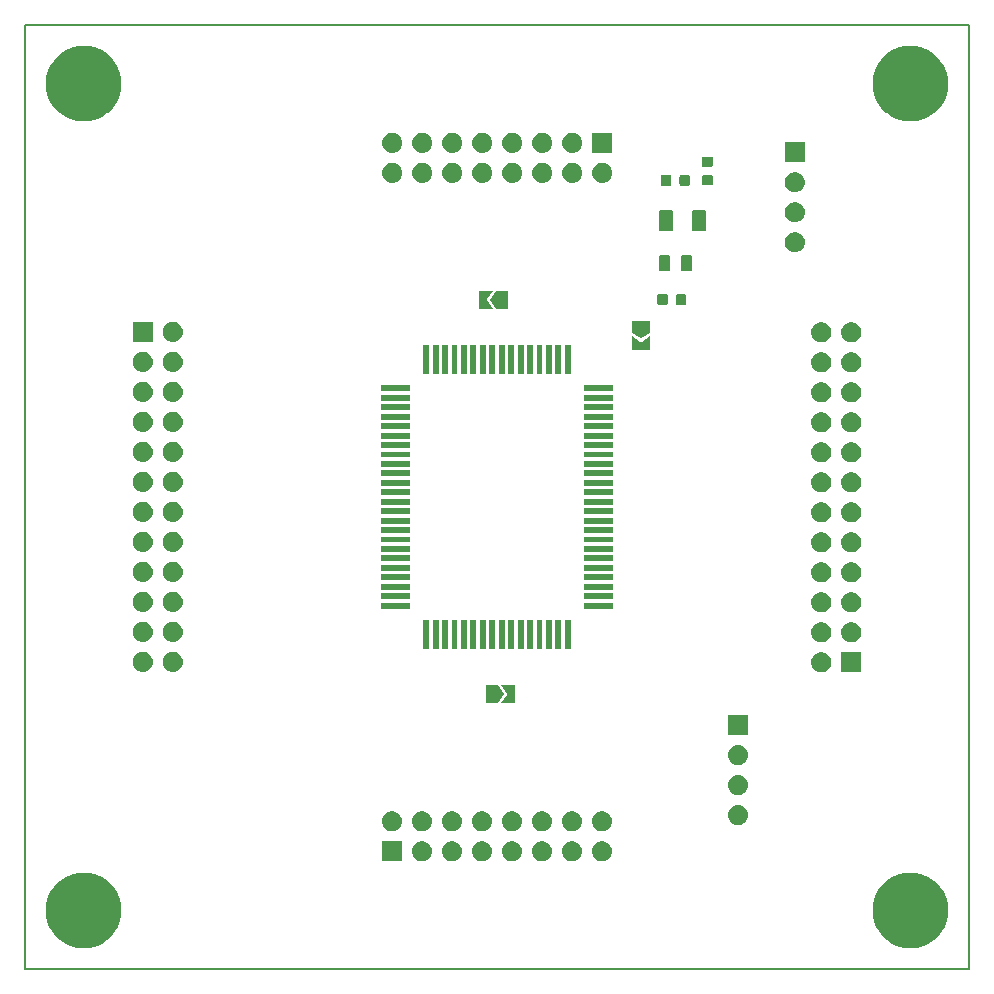
<source format=gbr>
G04 #@! TF.GenerationSoftware,KiCad,Pcbnew,5.0.2-bee76a0~70~ubuntu18.10.1*
G04 #@! TF.CreationDate,2019-01-06T00:10:16+02:00*
G04 #@! TF.ProjectId,GB-BRK-CPU-G2,47422d42-524b-42d4-9350-552d47322e6b,v1.0*
G04 #@! TF.SameCoordinates,Original*
G04 #@! TF.FileFunction,Soldermask,Top*
G04 #@! TF.FilePolarity,Negative*
%FSLAX46Y46*%
G04 Gerber Fmt 4.6, Leading zero omitted, Abs format (unit mm)*
G04 Created by KiCad (PCBNEW 5.0.2-bee76a0~70~ubuntu18.10.1) date su  6. tammikuuta 2019 00.10.16*
%MOMM*%
%LPD*%
G01*
G04 APERTURE LIST*
%ADD10C,0.150000*%
%ADD11C,0.100000*%
G04 APERTURE END LIST*
D10*
X140000000Y-60000000D02*
X60000000Y-60000000D01*
X140000000Y-140000000D02*
X140000000Y-60000000D01*
X60000000Y-140000000D02*
X140000000Y-140000000D01*
X60000000Y-60000000D02*
X60000000Y-140000000D01*
D11*
G36*
X135469730Y-131830744D02*
X135933408Y-131922975D01*
X136515768Y-132164197D01*
X137039881Y-132514398D01*
X137485602Y-132960119D01*
X137544295Y-133047959D01*
X137835803Y-133484232D01*
X138077025Y-134066592D01*
X138169256Y-134530270D01*
X138200000Y-134684828D01*
X138200000Y-135315172D01*
X138169256Y-135469730D01*
X138077025Y-135933408D01*
X137889407Y-136386356D01*
X137835803Y-136515768D01*
X137485602Y-137039881D01*
X137039881Y-137485602D01*
X136993375Y-137516676D01*
X136515768Y-137835803D01*
X135933408Y-138077025D01*
X135469730Y-138169256D01*
X135315172Y-138200000D01*
X134684828Y-138200000D01*
X134530270Y-138169256D01*
X134066592Y-138077025D01*
X133484232Y-137835803D01*
X133006625Y-137516676D01*
X132960119Y-137485602D01*
X132514398Y-137039881D01*
X132164197Y-136515768D01*
X132110593Y-136386356D01*
X131922975Y-135933408D01*
X131830744Y-135469730D01*
X131800000Y-135315172D01*
X131800000Y-134684828D01*
X131830744Y-134530270D01*
X131922975Y-134066592D01*
X132164197Y-133484232D01*
X132455705Y-133047959D01*
X132514398Y-132960119D01*
X132960119Y-132514398D01*
X133484232Y-132164197D01*
X134066592Y-131922975D01*
X134530270Y-131830744D01*
X134684828Y-131800000D01*
X135315172Y-131800000D01*
X135469730Y-131830744D01*
X135469730Y-131830744D01*
G37*
G36*
X65469730Y-131830744D02*
X65933408Y-131922975D01*
X66515768Y-132164197D01*
X67039881Y-132514398D01*
X67485602Y-132960119D01*
X67544295Y-133047959D01*
X67835803Y-133484232D01*
X68077025Y-134066592D01*
X68169256Y-134530270D01*
X68200000Y-134684828D01*
X68200000Y-135315172D01*
X68169256Y-135469730D01*
X68077025Y-135933408D01*
X67889407Y-136386356D01*
X67835803Y-136515768D01*
X67485602Y-137039881D01*
X67039881Y-137485602D01*
X66993375Y-137516676D01*
X66515768Y-137835803D01*
X65933408Y-138077025D01*
X65469730Y-138169256D01*
X65315172Y-138200000D01*
X64684828Y-138200000D01*
X64530270Y-138169256D01*
X64066592Y-138077025D01*
X63484232Y-137835803D01*
X63006625Y-137516676D01*
X62960119Y-137485602D01*
X62514398Y-137039881D01*
X62164197Y-136515768D01*
X62110593Y-136386356D01*
X61922975Y-135933408D01*
X61830744Y-135469730D01*
X61800000Y-135315172D01*
X61800000Y-134684828D01*
X61830744Y-134530270D01*
X61922975Y-134066592D01*
X62164197Y-133484232D01*
X62455705Y-133047959D01*
X62514398Y-132960119D01*
X62960119Y-132514398D01*
X63484232Y-132164197D01*
X64066592Y-131922975D01*
X64530270Y-131830744D01*
X64684828Y-131800000D01*
X65315172Y-131800000D01*
X65469730Y-131830744D01*
X65469730Y-131830744D01*
G37*
G36*
X101426627Y-129162299D02*
X101517088Y-129189740D01*
X101586855Y-129210903D01*
X101640712Y-129239691D01*
X101734517Y-129289830D01*
X101863948Y-129396052D01*
X101970170Y-129525483D01*
X102020309Y-129619288D01*
X102049097Y-129673145D01*
X102049097Y-129673146D01*
X102097701Y-129833373D01*
X102114113Y-130000000D01*
X102097701Y-130166627D01*
X102097700Y-130166629D01*
X102049097Y-130326855D01*
X102020309Y-130380712D01*
X101970170Y-130474517D01*
X101863948Y-130603948D01*
X101734517Y-130710170D01*
X101640712Y-130760309D01*
X101586855Y-130789097D01*
X101517088Y-130810260D01*
X101426627Y-130837701D01*
X101301757Y-130850000D01*
X101218243Y-130850000D01*
X101093373Y-130837701D01*
X101002912Y-130810260D01*
X100933145Y-130789097D01*
X100879288Y-130760309D01*
X100785483Y-130710170D01*
X100656052Y-130603948D01*
X100549830Y-130474517D01*
X100499691Y-130380712D01*
X100470903Y-130326855D01*
X100422300Y-130166629D01*
X100422299Y-130166627D01*
X100405887Y-130000000D01*
X100422299Y-129833373D01*
X100470903Y-129673146D01*
X100470903Y-129673145D01*
X100499691Y-129619288D01*
X100549830Y-129525483D01*
X100656052Y-129396052D01*
X100785483Y-129289830D01*
X100879288Y-129239691D01*
X100933145Y-129210903D01*
X101002912Y-129189740D01*
X101093373Y-129162299D01*
X101218243Y-129150000D01*
X101301757Y-129150000D01*
X101426627Y-129162299D01*
X101426627Y-129162299D01*
G37*
G36*
X109046627Y-129162299D02*
X109137088Y-129189740D01*
X109206855Y-129210903D01*
X109260712Y-129239691D01*
X109354517Y-129289830D01*
X109483948Y-129396052D01*
X109590170Y-129525483D01*
X109640309Y-129619288D01*
X109669097Y-129673145D01*
X109669097Y-129673146D01*
X109717701Y-129833373D01*
X109734113Y-130000000D01*
X109717701Y-130166627D01*
X109717700Y-130166629D01*
X109669097Y-130326855D01*
X109640309Y-130380712D01*
X109590170Y-130474517D01*
X109483948Y-130603948D01*
X109354517Y-130710170D01*
X109260712Y-130760309D01*
X109206855Y-130789097D01*
X109137088Y-130810260D01*
X109046627Y-130837701D01*
X108921757Y-130850000D01*
X108838243Y-130850000D01*
X108713373Y-130837701D01*
X108622912Y-130810260D01*
X108553145Y-130789097D01*
X108499288Y-130760309D01*
X108405483Y-130710170D01*
X108276052Y-130603948D01*
X108169830Y-130474517D01*
X108119691Y-130380712D01*
X108090903Y-130326855D01*
X108042300Y-130166629D01*
X108042299Y-130166627D01*
X108025887Y-130000000D01*
X108042299Y-129833373D01*
X108090903Y-129673146D01*
X108090903Y-129673145D01*
X108119691Y-129619288D01*
X108169830Y-129525483D01*
X108276052Y-129396052D01*
X108405483Y-129289830D01*
X108499288Y-129239691D01*
X108553145Y-129210903D01*
X108622912Y-129189740D01*
X108713373Y-129162299D01*
X108838243Y-129150000D01*
X108921757Y-129150000D01*
X109046627Y-129162299D01*
X109046627Y-129162299D01*
G37*
G36*
X93806627Y-129162299D02*
X93897088Y-129189740D01*
X93966855Y-129210903D01*
X94020712Y-129239691D01*
X94114517Y-129289830D01*
X94243948Y-129396052D01*
X94350170Y-129525483D01*
X94400309Y-129619288D01*
X94429097Y-129673145D01*
X94429097Y-129673146D01*
X94477701Y-129833373D01*
X94494113Y-130000000D01*
X94477701Y-130166627D01*
X94477700Y-130166629D01*
X94429097Y-130326855D01*
X94400309Y-130380712D01*
X94350170Y-130474517D01*
X94243948Y-130603948D01*
X94114517Y-130710170D01*
X94020712Y-130760309D01*
X93966855Y-130789097D01*
X93897088Y-130810260D01*
X93806627Y-130837701D01*
X93681757Y-130850000D01*
X93598243Y-130850000D01*
X93473373Y-130837701D01*
X93382912Y-130810260D01*
X93313145Y-130789097D01*
X93259288Y-130760309D01*
X93165483Y-130710170D01*
X93036052Y-130603948D01*
X92929830Y-130474517D01*
X92879691Y-130380712D01*
X92850903Y-130326855D01*
X92802300Y-130166629D01*
X92802299Y-130166627D01*
X92785887Y-130000000D01*
X92802299Y-129833373D01*
X92850903Y-129673146D01*
X92850903Y-129673145D01*
X92879691Y-129619288D01*
X92929830Y-129525483D01*
X93036052Y-129396052D01*
X93165483Y-129289830D01*
X93259288Y-129239691D01*
X93313145Y-129210903D01*
X93382912Y-129189740D01*
X93473373Y-129162299D01*
X93598243Y-129150000D01*
X93681757Y-129150000D01*
X93806627Y-129162299D01*
X93806627Y-129162299D01*
G37*
G36*
X91950000Y-130850000D02*
X90250000Y-130850000D01*
X90250000Y-129150000D01*
X91950000Y-129150000D01*
X91950000Y-130850000D01*
X91950000Y-130850000D01*
G37*
G36*
X96346627Y-129162299D02*
X96437088Y-129189740D01*
X96506855Y-129210903D01*
X96560712Y-129239691D01*
X96654517Y-129289830D01*
X96783948Y-129396052D01*
X96890170Y-129525483D01*
X96940309Y-129619288D01*
X96969097Y-129673145D01*
X96969097Y-129673146D01*
X97017701Y-129833373D01*
X97034113Y-130000000D01*
X97017701Y-130166627D01*
X97017700Y-130166629D01*
X96969097Y-130326855D01*
X96940309Y-130380712D01*
X96890170Y-130474517D01*
X96783948Y-130603948D01*
X96654517Y-130710170D01*
X96560712Y-130760309D01*
X96506855Y-130789097D01*
X96437088Y-130810260D01*
X96346627Y-130837701D01*
X96221757Y-130850000D01*
X96138243Y-130850000D01*
X96013373Y-130837701D01*
X95922912Y-130810260D01*
X95853145Y-130789097D01*
X95799288Y-130760309D01*
X95705483Y-130710170D01*
X95576052Y-130603948D01*
X95469830Y-130474517D01*
X95419691Y-130380712D01*
X95390903Y-130326855D01*
X95342300Y-130166629D01*
X95342299Y-130166627D01*
X95325887Y-130000000D01*
X95342299Y-129833373D01*
X95390903Y-129673146D01*
X95390903Y-129673145D01*
X95419691Y-129619288D01*
X95469830Y-129525483D01*
X95576052Y-129396052D01*
X95705483Y-129289830D01*
X95799288Y-129239691D01*
X95853145Y-129210903D01*
X95922912Y-129189740D01*
X96013373Y-129162299D01*
X96138243Y-129150000D01*
X96221757Y-129150000D01*
X96346627Y-129162299D01*
X96346627Y-129162299D01*
G37*
G36*
X103966627Y-129162299D02*
X104057088Y-129189740D01*
X104126855Y-129210903D01*
X104180712Y-129239691D01*
X104274517Y-129289830D01*
X104403948Y-129396052D01*
X104510170Y-129525483D01*
X104560309Y-129619288D01*
X104589097Y-129673145D01*
X104589097Y-129673146D01*
X104637701Y-129833373D01*
X104654113Y-130000000D01*
X104637701Y-130166627D01*
X104637700Y-130166629D01*
X104589097Y-130326855D01*
X104560309Y-130380712D01*
X104510170Y-130474517D01*
X104403948Y-130603948D01*
X104274517Y-130710170D01*
X104180712Y-130760309D01*
X104126855Y-130789097D01*
X104057088Y-130810260D01*
X103966627Y-130837701D01*
X103841757Y-130850000D01*
X103758243Y-130850000D01*
X103633373Y-130837701D01*
X103542912Y-130810260D01*
X103473145Y-130789097D01*
X103419288Y-130760309D01*
X103325483Y-130710170D01*
X103196052Y-130603948D01*
X103089830Y-130474517D01*
X103039691Y-130380712D01*
X103010903Y-130326855D01*
X102962300Y-130166629D01*
X102962299Y-130166627D01*
X102945887Y-130000000D01*
X102962299Y-129833373D01*
X103010903Y-129673146D01*
X103010903Y-129673145D01*
X103039691Y-129619288D01*
X103089830Y-129525483D01*
X103196052Y-129396052D01*
X103325483Y-129289830D01*
X103419288Y-129239691D01*
X103473145Y-129210903D01*
X103542912Y-129189740D01*
X103633373Y-129162299D01*
X103758243Y-129150000D01*
X103841757Y-129150000D01*
X103966627Y-129162299D01*
X103966627Y-129162299D01*
G37*
G36*
X106506627Y-129162299D02*
X106597088Y-129189740D01*
X106666855Y-129210903D01*
X106720712Y-129239691D01*
X106814517Y-129289830D01*
X106943948Y-129396052D01*
X107050170Y-129525483D01*
X107100309Y-129619288D01*
X107129097Y-129673145D01*
X107129097Y-129673146D01*
X107177701Y-129833373D01*
X107194113Y-130000000D01*
X107177701Y-130166627D01*
X107177700Y-130166629D01*
X107129097Y-130326855D01*
X107100309Y-130380712D01*
X107050170Y-130474517D01*
X106943948Y-130603948D01*
X106814517Y-130710170D01*
X106720712Y-130760309D01*
X106666855Y-130789097D01*
X106597088Y-130810260D01*
X106506627Y-130837701D01*
X106381757Y-130850000D01*
X106298243Y-130850000D01*
X106173373Y-130837701D01*
X106082912Y-130810260D01*
X106013145Y-130789097D01*
X105959288Y-130760309D01*
X105865483Y-130710170D01*
X105736052Y-130603948D01*
X105629830Y-130474517D01*
X105579691Y-130380712D01*
X105550903Y-130326855D01*
X105502300Y-130166629D01*
X105502299Y-130166627D01*
X105485887Y-130000000D01*
X105502299Y-129833373D01*
X105550903Y-129673146D01*
X105550903Y-129673145D01*
X105579691Y-129619288D01*
X105629830Y-129525483D01*
X105736052Y-129396052D01*
X105865483Y-129289830D01*
X105959288Y-129239691D01*
X106013145Y-129210903D01*
X106082912Y-129189740D01*
X106173373Y-129162299D01*
X106298243Y-129150000D01*
X106381757Y-129150000D01*
X106506627Y-129162299D01*
X106506627Y-129162299D01*
G37*
G36*
X98886627Y-129162299D02*
X98977088Y-129189740D01*
X99046855Y-129210903D01*
X99100712Y-129239691D01*
X99194517Y-129289830D01*
X99323948Y-129396052D01*
X99430170Y-129525483D01*
X99480309Y-129619288D01*
X99509097Y-129673145D01*
X99509097Y-129673146D01*
X99557701Y-129833373D01*
X99574113Y-130000000D01*
X99557701Y-130166627D01*
X99557700Y-130166629D01*
X99509097Y-130326855D01*
X99480309Y-130380712D01*
X99430170Y-130474517D01*
X99323948Y-130603948D01*
X99194517Y-130710170D01*
X99100712Y-130760309D01*
X99046855Y-130789097D01*
X98977088Y-130810260D01*
X98886627Y-130837701D01*
X98761757Y-130850000D01*
X98678243Y-130850000D01*
X98553373Y-130837701D01*
X98462912Y-130810260D01*
X98393145Y-130789097D01*
X98339288Y-130760309D01*
X98245483Y-130710170D01*
X98116052Y-130603948D01*
X98009830Y-130474517D01*
X97959691Y-130380712D01*
X97930903Y-130326855D01*
X97882300Y-130166629D01*
X97882299Y-130166627D01*
X97865887Y-130000000D01*
X97882299Y-129833373D01*
X97930903Y-129673146D01*
X97930903Y-129673145D01*
X97959691Y-129619288D01*
X98009830Y-129525483D01*
X98116052Y-129396052D01*
X98245483Y-129289830D01*
X98339288Y-129239691D01*
X98393145Y-129210903D01*
X98462912Y-129189740D01*
X98553373Y-129162299D01*
X98678243Y-129150000D01*
X98761757Y-129150000D01*
X98886627Y-129162299D01*
X98886627Y-129162299D01*
G37*
G36*
X103966627Y-126622299D02*
X104057088Y-126649740D01*
X104126855Y-126670903D01*
X104180712Y-126699691D01*
X104274517Y-126749830D01*
X104403948Y-126856052D01*
X104510170Y-126985483D01*
X104560309Y-127079288D01*
X104589097Y-127133145D01*
X104589097Y-127133146D01*
X104637701Y-127293373D01*
X104654113Y-127460000D01*
X104637701Y-127626627D01*
X104636626Y-127630170D01*
X104589097Y-127786855D01*
X104560309Y-127840712D01*
X104510170Y-127934517D01*
X104403948Y-128063948D01*
X104274517Y-128170170D01*
X104180712Y-128220309D01*
X104126855Y-128249097D01*
X104057088Y-128270260D01*
X103966627Y-128297701D01*
X103841757Y-128310000D01*
X103758243Y-128310000D01*
X103633373Y-128297701D01*
X103542912Y-128270260D01*
X103473145Y-128249097D01*
X103419288Y-128220309D01*
X103325483Y-128170170D01*
X103196052Y-128063948D01*
X103089830Y-127934517D01*
X103039691Y-127840712D01*
X103010903Y-127786855D01*
X102963374Y-127630170D01*
X102962299Y-127626627D01*
X102945887Y-127460000D01*
X102962299Y-127293373D01*
X103010903Y-127133146D01*
X103010903Y-127133145D01*
X103039691Y-127079288D01*
X103089830Y-126985483D01*
X103196052Y-126856052D01*
X103325483Y-126749830D01*
X103419288Y-126699691D01*
X103473145Y-126670903D01*
X103542912Y-126649740D01*
X103633373Y-126622299D01*
X103758243Y-126610000D01*
X103841757Y-126610000D01*
X103966627Y-126622299D01*
X103966627Y-126622299D01*
G37*
G36*
X96346627Y-126622299D02*
X96437088Y-126649740D01*
X96506855Y-126670903D01*
X96560712Y-126699691D01*
X96654517Y-126749830D01*
X96783948Y-126856052D01*
X96890170Y-126985483D01*
X96940309Y-127079288D01*
X96969097Y-127133145D01*
X96969097Y-127133146D01*
X97017701Y-127293373D01*
X97034113Y-127460000D01*
X97017701Y-127626627D01*
X97016626Y-127630170D01*
X96969097Y-127786855D01*
X96940309Y-127840712D01*
X96890170Y-127934517D01*
X96783948Y-128063948D01*
X96654517Y-128170170D01*
X96560712Y-128220309D01*
X96506855Y-128249097D01*
X96437088Y-128270260D01*
X96346627Y-128297701D01*
X96221757Y-128310000D01*
X96138243Y-128310000D01*
X96013373Y-128297701D01*
X95922912Y-128270260D01*
X95853145Y-128249097D01*
X95799288Y-128220309D01*
X95705483Y-128170170D01*
X95576052Y-128063948D01*
X95469830Y-127934517D01*
X95419691Y-127840712D01*
X95390903Y-127786855D01*
X95343374Y-127630170D01*
X95342299Y-127626627D01*
X95325887Y-127460000D01*
X95342299Y-127293373D01*
X95390903Y-127133146D01*
X95390903Y-127133145D01*
X95419691Y-127079288D01*
X95469830Y-126985483D01*
X95576052Y-126856052D01*
X95705483Y-126749830D01*
X95799288Y-126699691D01*
X95853145Y-126670903D01*
X95922912Y-126649740D01*
X96013373Y-126622299D01*
X96138243Y-126610000D01*
X96221757Y-126610000D01*
X96346627Y-126622299D01*
X96346627Y-126622299D01*
G37*
G36*
X109046627Y-126622299D02*
X109137088Y-126649740D01*
X109206855Y-126670903D01*
X109260712Y-126699691D01*
X109354517Y-126749830D01*
X109483948Y-126856052D01*
X109590170Y-126985483D01*
X109640309Y-127079288D01*
X109669097Y-127133145D01*
X109669097Y-127133146D01*
X109717701Y-127293373D01*
X109734113Y-127460000D01*
X109717701Y-127626627D01*
X109716626Y-127630170D01*
X109669097Y-127786855D01*
X109640309Y-127840712D01*
X109590170Y-127934517D01*
X109483948Y-128063948D01*
X109354517Y-128170170D01*
X109260712Y-128220309D01*
X109206855Y-128249097D01*
X109137088Y-128270260D01*
X109046627Y-128297701D01*
X108921757Y-128310000D01*
X108838243Y-128310000D01*
X108713373Y-128297701D01*
X108622912Y-128270260D01*
X108553145Y-128249097D01*
X108499288Y-128220309D01*
X108405483Y-128170170D01*
X108276052Y-128063948D01*
X108169830Y-127934517D01*
X108119691Y-127840712D01*
X108090903Y-127786855D01*
X108043374Y-127630170D01*
X108042299Y-127626627D01*
X108025887Y-127460000D01*
X108042299Y-127293373D01*
X108090903Y-127133146D01*
X108090903Y-127133145D01*
X108119691Y-127079288D01*
X108169830Y-126985483D01*
X108276052Y-126856052D01*
X108405483Y-126749830D01*
X108499288Y-126699691D01*
X108553145Y-126670903D01*
X108622912Y-126649740D01*
X108713373Y-126622299D01*
X108838243Y-126610000D01*
X108921757Y-126610000D01*
X109046627Y-126622299D01*
X109046627Y-126622299D01*
G37*
G36*
X106506627Y-126622299D02*
X106597088Y-126649740D01*
X106666855Y-126670903D01*
X106720712Y-126699691D01*
X106814517Y-126749830D01*
X106943948Y-126856052D01*
X107050170Y-126985483D01*
X107100309Y-127079288D01*
X107129097Y-127133145D01*
X107129097Y-127133146D01*
X107177701Y-127293373D01*
X107194113Y-127460000D01*
X107177701Y-127626627D01*
X107176626Y-127630170D01*
X107129097Y-127786855D01*
X107100309Y-127840712D01*
X107050170Y-127934517D01*
X106943948Y-128063948D01*
X106814517Y-128170170D01*
X106720712Y-128220309D01*
X106666855Y-128249097D01*
X106597088Y-128270260D01*
X106506627Y-128297701D01*
X106381757Y-128310000D01*
X106298243Y-128310000D01*
X106173373Y-128297701D01*
X106082912Y-128270260D01*
X106013145Y-128249097D01*
X105959288Y-128220309D01*
X105865483Y-128170170D01*
X105736052Y-128063948D01*
X105629830Y-127934517D01*
X105579691Y-127840712D01*
X105550903Y-127786855D01*
X105503374Y-127630170D01*
X105502299Y-127626627D01*
X105485887Y-127460000D01*
X105502299Y-127293373D01*
X105550903Y-127133146D01*
X105550903Y-127133145D01*
X105579691Y-127079288D01*
X105629830Y-126985483D01*
X105736052Y-126856052D01*
X105865483Y-126749830D01*
X105959288Y-126699691D01*
X106013145Y-126670903D01*
X106082912Y-126649740D01*
X106173373Y-126622299D01*
X106298243Y-126610000D01*
X106381757Y-126610000D01*
X106506627Y-126622299D01*
X106506627Y-126622299D01*
G37*
G36*
X101426627Y-126622299D02*
X101517088Y-126649740D01*
X101586855Y-126670903D01*
X101640712Y-126699691D01*
X101734517Y-126749830D01*
X101863948Y-126856052D01*
X101970170Y-126985483D01*
X102020309Y-127079288D01*
X102049097Y-127133145D01*
X102049097Y-127133146D01*
X102097701Y-127293373D01*
X102114113Y-127460000D01*
X102097701Y-127626627D01*
X102096626Y-127630170D01*
X102049097Y-127786855D01*
X102020309Y-127840712D01*
X101970170Y-127934517D01*
X101863948Y-128063948D01*
X101734517Y-128170170D01*
X101640712Y-128220309D01*
X101586855Y-128249097D01*
X101517088Y-128270260D01*
X101426627Y-128297701D01*
X101301757Y-128310000D01*
X101218243Y-128310000D01*
X101093373Y-128297701D01*
X101002912Y-128270260D01*
X100933145Y-128249097D01*
X100879288Y-128220309D01*
X100785483Y-128170170D01*
X100656052Y-128063948D01*
X100549830Y-127934517D01*
X100499691Y-127840712D01*
X100470903Y-127786855D01*
X100423374Y-127630170D01*
X100422299Y-127626627D01*
X100405887Y-127460000D01*
X100422299Y-127293373D01*
X100470903Y-127133146D01*
X100470903Y-127133145D01*
X100499691Y-127079288D01*
X100549830Y-126985483D01*
X100656052Y-126856052D01*
X100785483Y-126749830D01*
X100879288Y-126699691D01*
X100933145Y-126670903D01*
X101002912Y-126649740D01*
X101093373Y-126622299D01*
X101218243Y-126610000D01*
X101301757Y-126610000D01*
X101426627Y-126622299D01*
X101426627Y-126622299D01*
G37*
G36*
X98886627Y-126622299D02*
X98977088Y-126649740D01*
X99046855Y-126670903D01*
X99100712Y-126699691D01*
X99194517Y-126749830D01*
X99323948Y-126856052D01*
X99430170Y-126985483D01*
X99480309Y-127079288D01*
X99509097Y-127133145D01*
X99509097Y-127133146D01*
X99557701Y-127293373D01*
X99574113Y-127460000D01*
X99557701Y-127626627D01*
X99556626Y-127630170D01*
X99509097Y-127786855D01*
X99480309Y-127840712D01*
X99430170Y-127934517D01*
X99323948Y-128063948D01*
X99194517Y-128170170D01*
X99100712Y-128220309D01*
X99046855Y-128249097D01*
X98977088Y-128270260D01*
X98886627Y-128297701D01*
X98761757Y-128310000D01*
X98678243Y-128310000D01*
X98553373Y-128297701D01*
X98462912Y-128270260D01*
X98393145Y-128249097D01*
X98339288Y-128220309D01*
X98245483Y-128170170D01*
X98116052Y-128063948D01*
X98009830Y-127934517D01*
X97959691Y-127840712D01*
X97930903Y-127786855D01*
X97883374Y-127630170D01*
X97882299Y-127626627D01*
X97865887Y-127460000D01*
X97882299Y-127293373D01*
X97930903Y-127133146D01*
X97930903Y-127133145D01*
X97959691Y-127079288D01*
X98009830Y-126985483D01*
X98116052Y-126856052D01*
X98245483Y-126749830D01*
X98339288Y-126699691D01*
X98393145Y-126670903D01*
X98462912Y-126649740D01*
X98553373Y-126622299D01*
X98678243Y-126610000D01*
X98761757Y-126610000D01*
X98886627Y-126622299D01*
X98886627Y-126622299D01*
G37*
G36*
X93806627Y-126622299D02*
X93897088Y-126649740D01*
X93966855Y-126670903D01*
X94020712Y-126699691D01*
X94114517Y-126749830D01*
X94243948Y-126856052D01*
X94350170Y-126985483D01*
X94400309Y-127079288D01*
X94429097Y-127133145D01*
X94429097Y-127133146D01*
X94477701Y-127293373D01*
X94494113Y-127460000D01*
X94477701Y-127626627D01*
X94476626Y-127630170D01*
X94429097Y-127786855D01*
X94400309Y-127840712D01*
X94350170Y-127934517D01*
X94243948Y-128063948D01*
X94114517Y-128170170D01*
X94020712Y-128220309D01*
X93966855Y-128249097D01*
X93897088Y-128270260D01*
X93806627Y-128297701D01*
X93681757Y-128310000D01*
X93598243Y-128310000D01*
X93473373Y-128297701D01*
X93382912Y-128270260D01*
X93313145Y-128249097D01*
X93259288Y-128220309D01*
X93165483Y-128170170D01*
X93036052Y-128063948D01*
X92929830Y-127934517D01*
X92879691Y-127840712D01*
X92850903Y-127786855D01*
X92803374Y-127630170D01*
X92802299Y-127626627D01*
X92785887Y-127460000D01*
X92802299Y-127293373D01*
X92850903Y-127133146D01*
X92850903Y-127133145D01*
X92879691Y-127079288D01*
X92929830Y-126985483D01*
X93036052Y-126856052D01*
X93165483Y-126749830D01*
X93259288Y-126699691D01*
X93313145Y-126670903D01*
X93382912Y-126649740D01*
X93473373Y-126622299D01*
X93598243Y-126610000D01*
X93681757Y-126610000D01*
X93806627Y-126622299D01*
X93806627Y-126622299D01*
G37*
G36*
X91266627Y-126622299D02*
X91357088Y-126649740D01*
X91426855Y-126670903D01*
X91480712Y-126699691D01*
X91574517Y-126749830D01*
X91703948Y-126856052D01*
X91810170Y-126985483D01*
X91860309Y-127079288D01*
X91889097Y-127133145D01*
X91889097Y-127133146D01*
X91937701Y-127293373D01*
X91954113Y-127460000D01*
X91937701Y-127626627D01*
X91936626Y-127630170D01*
X91889097Y-127786855D01*
X91860309Y-127840712D01*
X91810170Y-127934517D01*
X91703948Y-128063948D01*
X91574517Y-128170170D01*
X91480712Y-128220309D01*
X91426855Y-128249097D01*
X91357088Y-128270260D01*
X91266627Y-128297701D01*
X91141757Y-128310000D01*
X91058243Y-128310000D01*
X90933373Y-128297701D01*
X90842912Y-128270260D01*
X90773145Y-128249097D01*
X90719288Y-128220309D01*
X90625483Y-128170170D01*
X90496052Y-128063948D01*
X90389830Y-127934517D01*
X90339691Y-127840712D01*
X90310903Y-127786855D01*
X90263374Y-127630170D01*
X90262299Y-127626627D01*
X90245887Y-127460000D01*
X90262299Y-127293373D01*
X90310903Y-127133146D01*
X90310903Y-127133145D01*
X90339691Y-127079288D01*
X90389830Y-126985483D01*
X90496052Y-126856052D01*
X90625483Y-126749830D01*
X90719288Y-126699691D01*
X90773145Y-126670903D01*
X90842912Y-126649740D01*
X90933373Y-126622299D01*
X91058243Y-126610000D01*
X91141757Y-126610000D01*
X91266627Y-126622299D01*
X91266627Y-126622299D01*
G37*
G36*
X120566627Y-126082299D02*
X120657088Y-126109740D01*
X120726855Y-126130903D01*
X120780712Y-126159691D01*
X120874517Y-126209830D01*
X121003948Y-126316052D01*
X121110170Y-126445483D01*
X121160309Y-126539288D01*
X121189097Y-126593145D01*
X121197941Y-126622300D01*
X121237701Y-126753373D01*
X121254113Y-126920000D01*
X121237701Y-127086627D01*
X121237700Y-127086629D01*
X121189097Y-127246855D01*
X121164233Y-127293371D01*
X121110170Y-127394517D01*
X121003948Y-127523948D01*
X120874517Y-127630170D01*
X120780712Y-127680309D01*
X120726855Y-127709097D01*
X120657088Y-127730260D01*
X120566627Y-127757701D01*
X120441757Y-127770000D01*
X120358243Y-127770000D01*
X120233373Y-127757701D01*
X120142912Y-127730260D01*
X120073145Y-127709097D01*
X120019288Y-127680309D01*
X119925483Y-127630170D01*
X119796052Y-127523948D01*
X119689830Y-127394517D01*
X119635767Y-127293371D01*
X119610903Y-127246855D01*
X119562300Y-127086629D01*
X119562299Y-127086627D01*
X119545887Y-126920000D01*
X119562299Y-126753373D01*
X119602059Y-126622300D01*
X119610903Y-126593145D01*
X119639691Y-126539288D01*
X119689830Y-126445483D01*
X119796052Y-126316052D01*
X119925483Y-126209830D01*
X120019288Y-126159691D01*
X120073145Y-126130903D01*
X120142912Y-126109740D01*
X120233373Y-126082299D01*
X120358243Y-126070000D01*
X120441757Y-126070000D01*
X120566627Y-126082299D01*
X120566627Y-126082299D01*
G37*
G36*
X120566627Y-123542299D02*
X120657088Y-123569740D01*
X120726855Y-123590903D01*
X120780712Y-123619691D01*
X120874517Y-123669830D01*
X121003948Y-123776052D01*
X121110170Y-123905483D01*
X121160309Y-123999288D01*
X121189097Y-124053145D01*
X121189097Y-124053146D01*
X121237701Y-124213373D01*
X121254113Y-124380000D01*
X121237701Y-124546627D01*
X121237700Y-124546629D01*
X121189097Y-124706855D01*
X121160309Y-124760712D01*
X121110170Y-124854517D01*
X121003948Y-124983948D01*
X120874517Y-125090170D01*
X120780712Y-125140309D01*
X120726855Y-125169097D01*
X120657088Y-125190260D01*
X120566627Y-125217701D01*
X120441757Y-125230000D01*
X120358243Y-125230000D01*
X120233373Y-125217701D01*
X120142912Y-125190260D01*
X120073145Y-125169097D01*
X120019288Y-125140309D01*
X119925483Y-125090170D01*
X119796052Y-124983948D01*
X119689830Y-124854517D01*
X119639691Y-124760712D01*
X119610903Y-124706855D01*
X119562300Y-124546629D01*
X119562299Y-124546627D01*
X119545887Y-124380000D01*
X119562299Y-124213373D01*
X119610903Y-124053146D01*
X119610903Y-124053145D01*
X119639691Y-123999288D01*
X119689830Y-123905483D01*
X119796052Y-123776052D01*
X119925483Y-123669830D01*
X120019288Y-123619691D01*
X120073145Y-123590903D01*
X120142912Y-123569740D01*
X120233373Y-123542299D01*
X120358243Y-123530000D01*
X120441757Y-123530000D01*
X120566627Y-123542299D01*
X120566627Y-123542299D01*
G37*
G36*
X120566627Y-121002299D02*
X120657088Y-121029740D01*
X120726855Y-121050903D01*
X120780712Y-121079691D01*
X120874517Y-121129830D01*
X121003948Y-121236052D01*
X121110170Y-121365483D01*
X121160309Y-121459288D01*
X121189097Y-121513145D01*
X121189097Y-121513146D01*
X121237701Y-121673373D01*
X121254113Y-121840000D01*
X121237701Y-122006627D01*
X121237700Y-122006629D01*
X121189097Y-122166855D01*
X121160309Y-122220712D01*
X121110170Y-122314517D01*
X121003948Y-122443948D01*
X120874517Y-122550170D01*
X120780712Y-122600309D01*
X120726855Y-122629097D01*
X120657088Y-122650260D01*
X120566627Y-122677701D01*
X120441757Y-122690000D01*
X120358243Y-122690000D01*
X120233373Y-122677701D01*
X120142912Y-122650260D01*
X120073145Y-122629097D01*
X120019288Y-122600309D01*
X119925483Y-122550170D01*
X119796052Y-122443948D01*
X119689830Y-122314517D01*
X119639691Y-122220712D01*
X119610903Y-122166855D01*
X119562300Y-122006629D01*
X119562299Y-122006627D01*
X119545887Y-121840000D01*
X119562299Y-121673373D01*
X119610903Y-121513146D01*
X119610903Y-121513145D01*
X119639691Y-121459288D01*
X119689830Y-121365483D01*
X119796052Y-121236052D01*
X119925483Y-121129830D01*
X120019288Y-121079691D01*
X120073145Y-121050903D01*
X120142912Y-121029740D01*
X120233373Y-121002299D01*
X120358243Y-120990000D01*
X120441757Y-120990000D01*
X120566627Y-121002299D01*
X120566627Y-121002299D01*
G37*
G36*
X121250000Y-120150000D02*
X119550000Y-120150000D01*
X119550000Y-118450000D01*
X121250000Y-118450000D01*
X121250000Y-120150000D01*
X121250000Y-120150000D01*
G37*
G36*
X101524996Y-115949999D02*
X101525000Y-115950000D01*
X101525001Y-115950004D01*
X101525484Y-115954910D01*
X101525484Y-117445090D01*
X101525001Y-117449996D01*
X101525000Y-117450000D01*
X101524996Y-117450001D01*
X101520090Y-117450484D01*
X100379910Y-117450484D01*
X100375004Y-117450001D01*
X100375001Y-117450000D01*
X100375000Y-117450000D01*
X100375002Y-117449997D01*
X100375010Y-117449969D01*
X100377305Y-117445670D01*
X100837438Y-116755470D01*
X100846661Y-116738172D01*
X100852332Y-116719406D01*
X100854233Y-116699895D01*
X100852291Y-116680388D01*
X100846581Y-116661635D01*
X100837438Y-116644530D01*
X100377320Y-115954352D01*
X100375000Y-115950001D01*
X100375000Y-115950000D01*
X100375001Y-115949999D01*
X100375000Y-115949999D01*
X100375023Y-115949993D01*
X100379888Y-115949516D01*
X101520090Y-115949516D01*
X101524996Y-115949999D01*
X101524996Y-115949999D01*
G37*
G36*
X100074993Y-115949999D02*
X100074994Y-115950000D01*
X100075000Y-115950000D01*
X100075027Y-115950040D01*
X100078143Y-115953842D01*
X100572680Y-116695648D01*
X100575000Y-116699999D01*
X100575000Y-116700002D01*
X100574986Y-116700049D01*
X100572709Y-116704308D01*
X100078126Y-117446184D01*
X100075006Y-117449994D01*
X100075004Y-117449994D01*
X100075000Y-117450000D01*
X100074945Y-117450000D01*
X100070057Y-117450484D01*
X99079910Y-117450484D01*
X99075004Y-117450001D01*
X99075000Y-117450000D01*
X99074999Y-117449996D01*
X99074516Y-117445090D01*
X99074516Y-115954910D01*
X99074999Y-115950004D01*
X99075000Y-115950000D01*
X99075004Y-115949999D01*
X99079910Y-115949516D01*
X100070090Y-115949516D01*
X100074993Y-115949999D01*
X100074993Y-115949999D01*
G37*
G36*
X127626627Y-113162299D02*
X127717088Y-113189740D01*
X127786855Y-113210903D01*
X127822268Y-113229832D01*
X127934517Y-113289830D01*
X128063948Y-113396052D01*
X128170170Y-113525483D01*
X128220309Y-113619288D01*
X128249097Y-113673145D01*
X128249097Y-113673146D01*
X128297701Y-113833373D01*
X128314113Y-114000000D01*
X128297701Y-114166627D01*
X128297700Y-114166629D01*
X128249097Y-114326855D01*
X128220309Y-114380712D01*
X128170170Y-114474517D01*
X128063948Y-114603948D01*
X127934517Y-114710170D01*
X127840712Y-114760309D01*
X127786855Y-114789097D01*
X127717088Y-114810260D01*
X127626627Y-114837701D01*
X127501757Y-114850000D01*
X127418243Y-114850000D01*
X127293373Y-114837701D01*
X127202912Y-114810260D01*
X127133145Y-114789097D01*
X127079288Y-114760309D01*
X126985483Y-114710170D01*
X126856052Y-114603948D01*
X126749830Y-114474517D01*
X126699691Y-114380712D01*
X126670903Y-114326855D01*
X126622300Y-114166629D01*
X126622299Y-114166627D01*
X126605887Y-114000000D01*
X126622299Y-113833373D01*
X126670903Y-113673146D01*
X126670903Y-113673145D01*
X126699691Y-113619288D01*
X126749830Y-113525483D01*
X126856052Y-113396052D01*
X126985483Y-113289830D01*
X127097732Y-113229832D01*
X127133145Y-113210903D01*
X127202912Y-113189740D01*
X127293373Y-113162299D01*
X127418243Y-113150000D01*
X127501757Y-113150000D01*
X127626627Y-113162299D01*
X127626627Y-113162299D01*
G37*
G36*
X130850000Y-114850000D02*
X129150000Y-114850000D01*
X129150000Y-113150000D01*
X130850000Y-113150000D01*
X130850000Y-114850000D01*
X130850000Y-114850000D01*
G37*
G36*
X72706627Y-113102299D02*
X72797088Y-113129740D01*
X72866855Y-113150903D01*
X72920712Y-113179691D01*
X73014517Y-113229830D01*
X73143948Y-113336052D01*
X73250170Y-113465483D01*
X73282239Y-113525481D01*
X73329097Y-113613145D01*
X73329097Y-113613146D01*
X73377701Y-113773373D01*
X73394113Y-113940000D01*
X73377701Y-114106627D01*
X73377700Y-114106629D01*
X73329097Y-114266855D01*
X73300309Y-114320712D01*
X73250170Y-114414517D01*
X73143948Y-114543948D01*
X73014517Y-114650170D01*
X72920712Y-114700309D01*
X72866855Y-114729097D01*
X72797088Y-114750260D01*
X72706627Y-114777701D01*
X72581757Y-114790000D01*
X72498243Y-114790000D01*
X72373373Y-114777701D01*
X72282912Y-114750260D01*
X72213145Y-114729097D01*
X72159288Y-114700309D01*
X72065483Y-114650170D01*
X71936052Y-114543948D01*
X71829830Y-114414517D01*
X71779691Y-114320712D01*
X71750903Y-114266855D01*
X71702300Y-114106629D01*
X71702299Y-114106627D01*
X71685887Y-113940000D01*
X71702299Y-113773373D01*
X71750903Y-113613146D01*
X71750903Y-113613145D01*
X71797761Y-113525481D01*
X71829830Y-113465483D01*
X71936052Y-113336052D01*
X72065483Y-113229830D01*
X72159288Y-113179691D01*
X72213145Y-113150903D01*
X72282912Y-113129740D01*
X72373373Y-113102299D01*
X72498243Y-113090000D01*
X72581757Y-113090000D01*
X72706627Y-113102299D01*
X72706627Y-113102299D01*
G37*
G36*
X70166627Y-113102299D02*
X70257088Y-113129740D01*
X70326855Y-113150903D01*
X70380712Y-113179691D01*
X70474517Y-113229830D01*
X70603948Y-113336052D01*
X70710170Y-113465483D01*
X70742239Y-113525481D01*
X70789097Y-113613145D01*
X70789097Y-113613146D01*
X70837701Y-113773373D01*
X70854113Y-113940000D01*
X70837701Y-114106627D01*
X70837700Y-114106629D01*
X70789097Y-114266855D01*
X70760309Y-114320712D01*
X70710170Y-114414517D01*
X70603948Y-114543948D01*
X70474517Y-114650170D01*
X70380712Y-114700309D01*
X70326855Y-114729097D01*
X70257088Y-114750260D01*
X70166627Y-114777701D01*
X70041757Y-114790000D01*
X69958243Y-114790000D01*
X69833373Y-114777701D01*
X69742912Y-114750260D01*
X69673145Y-114729097D01*
X69619288Y-114700309D01*
X69525483Y-114650170D01*
X69396052Y-114543948D01*
X69289830Y-114414517D01*
X69239691Y-114320712D01*
X69210903Y-114266855D01*
X69162300Y-114106629D01*
X69162299Y-114106627D01*
X69145887Y-113940000D01*
X69162299Y-113773373D01*
X69210903Y-113613146D01*
X69210903Y-113613145D01*
X69257761Y-113525481D01*
X69289830Y-113465483D01*
X69396052Y-113336052D01*
X69525483Y-113229830D01*
X69619288Y-113179691D01*
X69673145Y-113150903D01*
X69742912Y-113129740D01*
X69833373Y-113102299D01*
X69958243Y-113090000D01*
X70041757Y-113090000D01*
X70166627Y-113102299D01*
X70166627Y-113102299D01*
G37*
G36*
X94250000Y-112900000D02*
X93750000Y-112900000D01*
X93750000Y-110400000D01*
X94250000Y-110400000D01*
X94250000Y-112900000D01*
X94250000Y-112900000D01*
G37*
G36*
X105450000Y-112900000D02*
X104950000Y-112900000D01*
X104950000Y-110400000D01*
X105450000Y-110400000D01*
X105450000Y-112900000D01*
X105450000Y-112900000D01*
G37*
G36*
X104650000Y-112900000D02*
X104150000Y-112900000D01*
X104150000Y-110400000D01*
X104650000Y-110400000D01*
X104650000Y-112900000D01*
X104650000Y-112900000D01*
G37*
G36*
X103850000Y-112900000D02*
X103350000Y-112900000D01*
X103350000Y-110400000D01*
X103850000Y-110400000D01*
X103850000Y-112900000D01*
X103850000Y-112900000D01*
G37*
G36*
X103050000Y-112900000D02*
X102550000Y-112900000D01*
X102550000Y-110400000D01*
X103050000Y-110400000D01*
X103050000Y-112900000D01*
X103050000Y-112900000D01*
G37*
G36*
X102250000Y-112900000D02*
X101750000Y-112900000D01*
X101750000Y-110400000D01*
X102250000Y-110400000D01*
X102250000Y-112900000D01*
X102250000Y-112900000D01*
G37*
G36*
X101450000Y-112900000D02*
X100950000Y-112900000D01*
X100950000Y-110400000D01*
X101450000Y-110400000D01*
X101450000Y-112900000D01*
X101450000Y-112900000D01*
G37*
G36*
X100650000Y-112900000D02*
X100150000Y-112900000D01*
X100150000Y-110400000D01*
X100650000Y-110400000D01*
X100650000Y-112900000D01*
X100650000Y-112900000D01*
G37*
G36*
X99850000Y-112900000D02*
X99350000Y-112900000D01*
X99350000Y-110400000D01*
X99850000Y-110400000D01*
X99850000Y-112900000D01*
X99850000Y-112900000D01*
G37*
G36*
X99050000Y-112900000D02*
X98550000Y-112900000D01*
X98550000Y-110400000D01*
X99050000Y-110400000D01*
X99050000Y-112900000D01*
X99050000Y-112900000D01*
G37*
G36*
X98250000Y-112900000D02*
X97750000Y-112900000D01*
X97750000Y-110400000D01*
X98250000Y-110400000D01*
X98250000Y-112900000D01*
X98250000Y-112900000D01*
G37*
G36*
X97450000Y-112900000D02*
X96950000Y-112900000D01*
X96950000Y-110400000D01*
X97450000Y-110400000D01*
X97450000Y-112900000D01*
X97450000Y-112900000D01*
G37*
G36*
X96650000Y-112900000D02*
X96150000Y-112900000D01*
X96150000Y-110400000D01*
X96650000Y-110400000D01*
X96650000Y-112900000D01*
X96650000Y-112900000D01*
G37*
G36*
X95850000Y-112900000D02*
X95350000Y-112900000D01*
X95350000Y-110400000D01*
X95850000Y-110400000D01*
X95850000Y-112900000D01*
X95850000Y-112900000D01*
G37*
G36*
X95050000Y-112900000D02*
X94550000Y-112900000D01*
X94550000Y-110400000D01*
X95050000Y-110400000D01*
X95050000Y-112900000D01*
X95050000Y-112900000D01*
G37*
G36*
X106250000Y-112900000D02*
X105750000Y-112900000D01*
X105750000Y-110400000D01*
X106250000Y-110400000D01*
X106250000Y-112900000D01*
X106250000Y-112900000D01*
G37*
G36*
X130166627Y-110622299D02*
X130257088Y-110649740D01*
X130326855Y-110670903D01*
X130362268Y-110689832D01*
X130474517Y-110749830D01*
X130603948Y-110856052D01*
X130710170Y-110985483D01*
X130760309Y-111079288D01*
X130789097Y-111133145D01*
X130789097Y-111133146D01*
X130837701Y-111293373D01*
X130854113Y-111460000D01*
X130837701Y-111626627D01*
X130837700Y-111626629D01*
X130789097Y-111786855D01*
X130760309Y-111840712D01*
X130710170Y-111934517D01*
X130603948Y-112063948D01*
X130474517Y-112170170D01*
X130380712Y-112220309D01*
X130326855Y-112249097D01*
X130257088Y-112270260D01*
X130166627Y-112297701D01*
X130041757Y-112310000D01*
X129958243Y-112310000D01*
X129833373Y-112297701D01*
X129742912Y-112270260D01*
X129673145Y-112249097D01*
X129619288Y-112220309D01*
X129525483Y-112170170D01*
X129396052Y-112063948D01*
X129289830Y-111934517D01*
X129239691Y-111840712D01*
X129210903Y-111786855D01*
X129162300Y-111626629D01*
X129162299Y-111626627D01*
X129145887Y-111460000D01*
X129162299Y-111293373D01*
X129210903Y-111133146D01*
X129210903Y-111133145D01*
X129239691Y-111079288D01*
X129289830Y-110985483D01*
X129396052Y-110856052D01*
X129525483Y-110749830D01*
X129637732Y-110689832D01*
X129673145Y-110670903D01*
X129742912Y-110649740D01*
X129833373Y-110622299D01*
X129958243Y-110610000D01*
X130041757Y-110610000D01*
X130166627Y-110622299D01*
X130166627Y-110622299D01*
G37*
G36*
X127626627Y-110622299D02*
X127717088Y-110649740D01*
X127786855Y-110670903D01*
X127822268Y-110689832D01*
X127934517Y-110749830D01*
X128063948Y-110856052D01*
X128170170Y-110985483D01*
X128220309Y-111079288D01*
X128249097Y-111133145D01*
X128249097Y-111133146D01*
X128297701Y-111293373D01*
X128314113Y-111460000D01*
X128297701Y-111626627D01*
X128297700Y-111626629D01*
X128249097Y-111786855D01*
X128220309Y-111840712D01*
X128170170Y-111934517D01*
X128063948Y-112063948D01*
X127934517Y-112170170D01*
X127840712Y-112220309D01*
X127786855Y-112249097D01*
X127717088Y-112270260D01*
X127626627Y-112297701D01*
X127501757Y-112310000D01*
X127418243Y-112310000D01*
X127293373Y-112297701D01*
X127202912Y-112270260D01*
X127133145Y-112249097D01*
X127079288Y-112220309D01*
X126985483Y-112170170D01*
X126856052Y-112063948D01*
X126749830Y-111934517D01*
X126699691Y-111840712D01*
X126670903Y-111786855D01*
X126622300Y-111626629D01*
X126622299Y-111626627D01*
X126605887Y-111460000D01*
X126622299Y-111293373D01*
X126670903Y-111133146D01*
X126670903Y-111133145D01*
X126699691Y-111079288D01*
X126749830Y-110985483D01*
X126856052Y-110856052D01*
X126985483Y-110749830D01*
X127097732Y-110689832D01*
X127133145Y-110670903D01*
X127202912Y-110649740D01*
X127293373Y-110622299D01*
X127418243Y-110610000D01*
X127501757Y-110610000D01*
X127626627Y-110622299D01*
X127626627Y-110622299D01*
G37*
G36*
X70166627Y-110562299D02*
X70257088Y-110589740D01*
X70326855Y-110610903D01*
X70380712Y-110639691D01*
X70474517Y-110689830D01*
X70603948Y-110796052D01*
X70710170Y-110925483D01*
X70742239Y-110985481D01*
X70789097Y-111073145D01*
X70789097Y-111073146D01*
X70837701Y-111233373D01*
X70854113Y-111400000D01*
X70837701Y-111566627D01*
X70837700Y-111566629D01*
X70789097Y-111726855D01*
X70760309Y-111780712D01*
X70710170Y-111874517D01*
X70603948Y-112003948D01*
X70474517Y-112110170D01*
X70380712Y-112160309D01*
X70326855Y-112189097D01*
X70257088Y-112210260D01*
X70166627Y-112237701D01*
X70041757Y-112250000D01*
X69958243Y-112250000D01*
X69833373Y-112237701D01*
X69742912Y-112210260D01*
X69673145Y-112189097D01*
X69619288Y-112160309D01*
X69525483Y-112110170D01*
X69396052Y-112003948D01*
X69289830Y-111874517D01*
X69239691Y-111780712D01*
X69210903Y-111726855D01*
X69162300Y-111566629D01*
X69162299Y-111566627D01*
X69145887Y-111400000D01*
X69162299Y-111233373D01*
X69210903Y-111073146D01*
X69210903Y-111073145D01*
X69257761Y-110985481D01*
X69289830Y-110925483D01*
X69396052Y-110796052D01*
X69525483Y-110689830D01*
X69619288Y-110639691D01*
X69673145Y-110610903D01*
X69742912Y-110589740D01*
X69833373Y-110562299D01*
X69958243Y-110550000D01*
X70041757Y-110550000D01*
X70166627Y-110562299D01*
X70166627Y-110562299D01*
G37*
G36*
X72706627Y-110562299D02*
X72797088Y-110589740D01*
X72866855Y-110610903D01*
X72920712Y-110639691D01*
X73014517Y-110689830D01*
X73143948Y-110796052D01*
X73250170Y-110925483D01*
X73282239Y-110985481D01*
X73329097Y-111073145D01*
X73329097Y-111073146D01*
X73377701Y-111233373D01*
X73394113Y-111400000D01*
X73377701Y-111566627D01*
X73377700Y-111566629D01*
X73329097Y-111726855D01*
X73300309Y-111780712D01*
X73250170Y-111874517D01*
X73143948Y-112003948D01*
X73014517Y-112110170D01*
X72920712Y-112160309D01*
X72866855Y-112189097D01*
X72797088Y-112210260D01*
X72706627Y-112237701D01*
X72581757Y-112250000D01*
X72498243Y-112250000D01*
X72373373Y-112237701D01*
X72282912Y-112210260D01*
X72213145Y-112189097D01*
X72159288Y-112160309D01*
X72065483Y-112110170D01*
X71936052Y-112003948D01*
X71829830Y-111874517D01*
X71779691Y-111780712D01*
X71750903Y-111726855D01*
X71702300Y-111566629D01*
X71702299Y-111566627D01*
X71685887Y-111400000D01*
X71702299Y-111233373D01*
X71750903Y-111073146D01*
X71750903Y-111073145D01*
X71797761Y-110985481D01*
X71829830Y-110925483D01*
X71936052Y-110796052D01*
X72065483Y-110689830D01*
X72159288Y-110639691D01*
X72213145Y-110610903D01*
X72282912Y-110589740D01*
X72373373Y-110562299D01*
X72498243Y-110550000D01*
X72581757Y-110550000D01*
X72706627Y-110562299D01*
X72706627Y-110562299D01*
G37*
G36*
X127626627Y-108082299D02*
X127717088Y-108109740D01*
X127786855Y-108130903D01*
X127840712Y-108159691D01*
X127934517Y-108209830D01*
X128063948Y-108316052D01*
X128170170Y-108445483D01*
X128220309Y-108539288D01*
X128249097Y-108593145D01*
X128249097Y-108593146D01*
X128297701Y-108753373D01*
X128314113Y-108920000D01*
X128297701Y-109086627D01*
X128297700Y-109086629D01*
X128249097Y-109246855D01*
X128220309Y-109300712D01*
X128170170Y-109394517D01*
X128063948Y-109523948D01*
X127934517Y-109630170D01*
X127840712Y-109680309D01*
X127786855Y-109709097D01*
X127717088Y-109730260D01*
X127626627Y-109757701D01*
X127501757Y-109770000D01*
X127418243Y-109770000D01*
X127293373Y-109757701D01*
X127202912Y-109730260D01*
X127133145Y-109709097D01*
X127079288Y-109680309D01*
X126985483Y-109630170D01*
X126856052Y-109523948D01*
X126749830Y-109394517D01*
X126699691Y-109300712D01*
X126670903Y-109246855D01*
X126622300Y-109086629D01*
X126622299Y-109086627D01*
X126605887Y-108920000D01*
X126622299Y-108753373D01*
X126670903Y-108593146D01*
X126670903Y-108593145D01*
X126699691Y-108539288D01*
X126749830Y-108445483D01*
X126856052Y-108316052D01*
X126985483Y-108209830D01*
X127079288Y-108159691D01*
X127133145Y-108130903D01*
X127202912Y-108109740D01*
X127293373Y-108082299D01*
X127418243Y-108070000D01*
X127501757Y-108070000D01*
X127626627Y-108082299D01*
X127626627Y-108082299D01*
G37*
G36*
X130166627Y-108082299D02*
X130257088Y-108109740D01*
X130326855Y-108130903D01*
X130380712Y-108159691D01*
X130474517Y-108209830D01*
X130603948Y-108316052D01*
X130710170Y-108445483D01*
X130760309Y-108539288D01*
X130789097Y-108593145D01*
X130789097Y-108593146D01*
X130837701Y-108753373D01*
X130854113Y-108920000D01*
X130837701Y-109086627D01*
X130837700Y-109086629D01*
X130789097Y-109246855D01*
X130760309Y-109300712D01*
X130710170Y-109394517D01*
X130603948Y-109523948D01*
X130474517Y-109630170D01*
X130380712Y-109680309D01*
X130326855Y-109709097D01*
X130257088Y-109730260D01*
X130166627Y-109757701D01*
X130041757Y-109770000D01*
X129958243Y-109770000D01*
X129833373Y-109757701D01*
X129742912Y-109730260D01*
X129673145Y-109709097D01*
X129619288Y-109680309D01*
X129525483Y-109630170D01*
X129396052Y-109523948D01*
X129289830Y-109394517D01*
X129239691Y-109300712D01*
X129210903Y-109246855D01*
X129162300Y-109086629D01*
X129162299Y-109086627D01*
X129145887Y-108920000D01*
X129162299Y-108753373D01*
X129210903Y-108593146D01*
X129210903Y-108593145D01*
X129239691Y-108539288D01*
X129289830Y-108445483D01*
X129396052Y-108316052D01*
X129525483Y-108209830D01*
X129619288Y-108159691D01*
X129673145Y-108130903D01*
X129742912Y-108109740D01*
X129833373Y-108082299D01*
X129958243Y-108070000D01*
X130041757Y-108070000D01*
X130166627Y-108082299D01*
X130166627Y-108082299D01*
G37*
G36*
X70166627Y-108022299D02*
X70257088Y-108049740D01*
X70326855Y-108070903D01*
X70380712Y-108099691D01*
X70474517Y-108149830D01*
X70603948Y-108256052D01*
X70710170Y-108385483D01*
X70742239Y-108445481D01*
X70789097Y-108533145D01*
X70789097Y-108533146D01*
X70837701Y-108693373D01*
X70854113Y-108860000D01*
X70837701Y-109026627D01*
X70837700Y-109026629D01*
X70789097Y-109186855D01*
X70760309Y-109240712D01*
X70710170Y-109334517D01*
X70603948Y-109463948D01*
X70474517Y-109570170D01*
X70380712Y-109620309D01*
X70326855Y-109649097D01*
X70257088Y-109670260D01*
X70166627Y-109697701D01*
X70041757Y-109710000D01*
X69958243Y-109710000D01*
X69833373Y-109697701D01*
X69742912Y-109670260D01*
X69673145Y-109649097D01*
X69619288Y-109620309D01*
X69525483Y-109570170D01*
X69396052Y-109463948D01*
X69289830Y-109334517D01*
X69239691Y-109240712D01*
X69210903Y-109186855D01*
X69162300Y-109026629D01*
X69162299Y-109026627D01*
X69145887Y-108860000D01*
X69162299Y-108693373D01*
X69210903Y-108533146D01*
X69210903Y-108533145D01*
X69257761Y-108445481D01*
X69289830Y-108385483D01*
X69396052Y-108256052D01*
X69525483Y-108149830D01*
X69619288Y-108099691D01*
X69673145Y-108070903D01*
X69742912Y-108049740D01*
X69833373Y-108022299D01*
X69958243Y-108010000D01*
X70041757Y-108010000D01*
X70166627Y-108022299D01*
X70166627Y-108022299D01*
G37*
G36*
X72706627Y-108022299D02*
X72797088Y-108049740D01*
X72866855Y-108070903D01*
X72920712Y-108099691D01*
X73014517Y-108149830D01*
X73143948Y-108256052D01*
X73250170Y-108385483D01*
X73282239Y-108445481D01*
X73329097Y-108533145D01*
X73329097Y-108533146D01*
X73377701Y-108693373D01*
X73394113Y-108860000D01*
X73377701Y-109026627D01*
X73377700Y-109026629D01*
X73329097Y-109186855D01*
X73300309Y-109240712D01*
X73250170Y-109334517D01*
X73143948Y-109463948D01*
X73014517Y-109570170D01*
X72920712Y-109620309D01*
X72866855Y-109649097D01*
X72797088Y-109670260D01*
X72706627Y-109697701D01*
X72581757Y-109710000D01*
X72498243Y-109710000D01*
X72373373Y-109697701D01*
X72282912Y-109670260D01*
X72213145Y-109649097D01*
X72159288Y-109620309D01*
X72065483Y-109570170D01*
X71936052Y-109463948D01*
X71829830Y-109334517D01*
X71779691Y-109240712D01*
X71750903Y-109186855D01*
X71702300Y-109026629D01*
X71702299Y-109026627D01*
X71685887Y-108860000D01*
X71702299Y-108693373D01*
X71750903Y-108533146D01*
X71750903Y-108533145D01*
X71797761Y-108445481D01*
X71829830Y-108385483D01*
X71936052Y-108256052D01*
X72065483Y-108149830D01*
X72159288Y-108099691D01*
X72213145Y-108070903D01*
X72282912Y-108049740D01*
X72373373Y-108022299D01*
X72498243Y-108010000D01*
X72581757Y-108010000D01*
X72706627Y-108022299D01*
X72706627Y-108022299D01*
G37*
G36*
X92650000Y-109450000D02*
X90150000Y-109450000D01*
X90150000Y-108950000D01*
X92650000Y-108950000D01*
X92650000Y-109450000D01*
X92650000Y-109450000D01*
G37*
G36*
X109850000Y-109450000D02*
X107350000Y-109450000D01*
X107350000Y-108950000D01*
X109850000Y-108950000D01*
X109850000Y-109450000D01*
X109850000Y-109450000D01*
G37*
G36*
X92650000Y-108650000D02*
X90150000Y-108650000D01*
X90150000Y-108150000D01*
X92650000Y-108150000D01*
X92650000Y-108650000D01*
X92650000Y-108650000D01*
G37*
G36*
X109850000Y-108650000D02*
X107350000Y-108650000D01*
X107350000Y-108150000D01*
X109850000Y-108150000D01*
X109850000Y-108650000D01*
X109850000Y-108650000D01*
G37*
G36*
X92650000Y-107850000D02*
X90150000Y-107850000D01*
X90150000Y-107350000D01*
X92650000Y-107350000D01*
X92650000Y-107850000D01*
X92650000Y-107850000D01*
G37*
G36*
X109850000Y-107850000D02*
X107350000Y-107850000D01*
X107350000Y-107350000D01*
X109850000Y-107350000D01*
X109850000Y-107850000D01*
X109850000Y-107850000D01*
G37*
G36*
X127626627Y-105542299D02*
X127717088Y-105569740D01*
X127786855Y-105590903D01*
X127822268Y-105609832D01*
X127934517Y-105669830D01*
X128063948Y-105776052D01*
X128170170Y-105905483D01*
X128220309Y-105999288D01*
X128249097Y-106053145D01*
X128249097Y-106053146D01*
X128297701Y-106213373D01*
X128314113Y-106380000D01*
X128297701Y-106546627D01*
X128270260Y-106637088D01*
X128249097Y-106706855D01*
X128220309Y-106760712D01*
X128170170Y-106854517D01*
X128063948Y-106983948D01*
X127934517Y-107090170D01*
X127840712Y-107140309D01*
X127786855Y-107169097D01*
X127717088Y-107190260D01*
X127626627Y-107217701D01*
X127501757Y-107230000D01*
X127418243Y-107230000D01*
X127293373Y-107217701D01*
X127202912Y-107190260D01*
X127133145Y-107169097D01*
X127079288Y-107140309D01*
X126985483Y-107090170D01*
X126856052Y-106983948D01*
X126749830Y-106854517D01*
X126699691Y-106760712D01*
X126670903Y-106706855D01*
X126649740Y-106637088D01*
X126622299Y-106546627D01*
X126605887Y-106380000D01*
X126622299Y-106213373D01*
X126670903Y-106053146D01*
X126670903Y-106053145D01*
X126699691Y-105999288D01*
X126749830Y-105905483D01*
X126856052Y-105776052D01*
X126985483Y-105669830D01*
X127097732Y-105609832D01*
X127133145Y-105590903D01*
X127202912Y-105569740D01*
X127293373Y-105542299D01*
X127418243Y-105530000D01*
X127501757Y-105530000D01*
X127626627Y-105542299D01*
X127626627Y-105542299D01*
G37*
G36*
X130166627Y-105542299D02*
X130257088Y-105569740D01*
X130326855Y-105590903D01*
X130362268Y-105609832D01*
X130474517Y-105669830D01*
X130603948Y-105776052D01*
X130710170Y-105905483D01*
X130760309Y-105999288D01*
X130789097Y-106053145D01*
X130789097Y-106053146D01*
X130837701Y-106213373D01*
X130854113Y-106380000D01*
X130837701Y-106546627D01*
X130810260Y-106637088D01*
X130789097Y-106706855D01*
X130760309Y-106760712D01*
X130710170Y-106854517D01*
X130603948Y-106983948D01*
X130474517Y-107090170D01*
X130380712Y-107140309D01*
X130326855Y-107169097D01*
X130257088Y-107190260D01*
X130166627Y-107217701D01*
X130041757Y-107230000D01*
X129958243Y-107230000D01*
X129833373Y-107217701D01*
X129742912Y-107190260D01*
X129673145Y-107169097D01*
X129619288Y-107140309D01*
X129525483Y-107090170D01*
X129396052Y-106983948D01*
X129289830Y-106854517D01*
X129239691Y-106760712D01*
X129210903Y-106706855D01*
X129189740Y-106637088D01*
X129162299Y-106546627D01*
X129145887Y-106380000D01*
X129162299Y-106213373D01*
X129210903Y-106053146D01*
X129210903Y-106053145D01*
X129239691Y-105999288D01*
X129289830Y-105905483D01*
X129396052Y-105776052D01*
X129525483Y-105669830D01*
X129637732Y-105609832D01*
X129673145Y-105590903D01*
X129742912Y-105569740D01*
X129833373Y-105542299D01*
X129958243Y-105530000D01*
X130041757Y-105530000D01*
X130166627Y-105542299D01*
X130166627Y-105542299D01*
G37*
G36*
X70166627Y-105482299D02*
X70257088Y-105509740D01*
X70326855Y-105530903D01*
X70380712Y-105559691D01*
X70474517Y-105609830D01*
X70603948Y-105716052D01*
X70710170Y-105845483D01*
X70742239Y-105905481D01*
X70789097Y-105993145D01*
X70789097Y-105993146D01*
X70837701Y-106153373D01*
X70854113Y-106320000D01*
X70837701Y-106486627D01*
X70837700Y-106486629D01*
X70789097Y-106646855D01*
X70760309Y-106700712D01*
X70710170Y-106794517D01*
X70603948Y-106923948D01*
X70474517Y-107030170D01*
X70380712Y-107080309D01*
X70326855Y-107109097D01*
X70257088Y-107130260D01*
X70166627Y-107157701D01*
X70041757Y-107170000D01*
X69958243Y-107170000D01*
X69833373Y-107157701D01*
X69742912Y-107130260D01*
X69673145Y-107109097D01*
X69619288Y-107080309D01*
X69525483Y-107030170D01*
X69396052Y-106923948D01*
X69289830Y-106794517D01*
X69239691Y-106700712D01*
X69210903Y-106646855D01*
X69162300Y-106486629D01*
X69162299Y-106486627D01*
X69145887Y-106320000D01*
X69162299Y-106153373D01*
X69210903Y-105993146D01*
X69210903Y-105993145D01*
X69257761Y-105905481D01*
X69289830Y-105845483D01*
X69396052Y-105716052D01*
X69525483Y-105609830D01*
X69619288Y-105559691D01*
X69673145Y-105530903D01*
X69742912Y-105509740D01*
X69833373Y-105482299D01*
X69958243Y-105470000D01*
X70041757Y-105470000D01*
X70166627Y-105482299D01*
X70166627Y-105482299D01*
G37*
G36*
X72706627Y-105482299D02*
X72797088Y-105509740D01*
X72866855Y-105530903D01*
X72920712Y-105559691D01*
X73014517Y-105609830D01*
X73143948Y-105716052D01*
X73250170Y-105845483D01*
X73282239Y-105905481D01*
X73329097Y-105993145D01*
X73329097Y-105993146D01*
X73377701Y-106153373D01*
X73394113Y-106320000D01*
X73377701Y-106486627D01*
X73377700Y-106486629D01*
X73329097Y-106646855D01*
X73300309Y-106700712D01*
X73250170Y-106794517D01*
X73143948Y-106923948D01*
X73014517Y-107030170D01*
X72920712Y-107080309D01*
X72866855Y-107109097D01*
X72797088Y-107130260D01*
X72706627Y-107157701D01*
X72581757Y-107170000D01*
X72498243Y-107170000D01*
X72373373Y-107157701D01*
X72282912Y-107130260D01*
X72213145Y-107109097D01*
X72159288Y-107080309D01*
X72065483Y-107030170D01*
X71936052Y-106923948D01*
X71829830Y-106794517D01*
X71779691Y-106700712D01*
X71750903Y-106646855D01*
X71702300Y-106486629D01*
X71702299Y-106486627D01*
X71685887Y-106320000D01*
X71702299Y-106153373D01*
X71750903Y-105993146D01*
X71750903Y-105993145D01*
X71797761Y-105905481D01*
X71829830Y-105845483D01*
X71936052Y-105716052D01*
X72065483Y-105609830D01*
X72159288Y-105559691D01*
X72213145Y-105530903D01*
X72282912Y-105509740D01*
X72373373Y-105482299D01*
X72498243Y-105470000D01*
X72581757Y-105470000D01*
X72706627Y-105482299D01*
X72706627Y-105482299D01*
G37*
G36*
X109850000Y-107050000D02*
X107350000Y-107050000D01*
X107350000Y-106550000D01*
X109850000Y-106550000D01*
X109850000Y-107050000D01*
X109850000Y-107050000D01*
G37*
G36*
X92650000Y-107050000D02*
X90150000Y-107050000D01*
X90150000Y-106550000D01*
X92650000Y-106550000D01*
X92650000Y-107050000D01*
X92650000Y-107050000D01*
G37*
G36*
X92650000Y-106250000D02*
X90150000Y-106250000D01*
X90150000Y-105750000D01*
X92650000Y-105750000D01*
X92650000Y-106250000D01*
X92650000Y-106250000D01*
G37*
G36*
X109850000Y-106250000D02*
X107350000Y-106250000D01*
X107350000Y-105750000D01*
X109850000Y-105750000D01*
X109850000Y-106250000D01*
X109850000Y-106250000D01*
G37*
G36*
X92650000Y-105450000D02*
X90150000Y-105450000D01*
X90150000Y-104950000D01*
X92650000Y-104950000D01*
X92650000Y-105450000D01*
X92650000Y-105450000D01*
G37*
G36*
X109850000Y-105450000D02*
X107350000Y-105450000D01*
X107350000Y-104950000D01*
X109850000Y-104950000D01*
X109850000Y-105450000D01*
X109850000Y-105450000D01*
G37*
G36*
X127626627Y-103002299D02*
X127717088Y-103029740D01*
X127786855Y-103050903D01*
X127822268Y-103069832D01*
X127934517Y-103129830D01*
X128063948Y-103236052D01*
X128170170Y-103365483D01*
X128220309Y-103459288D01*
X128249097Y-103513145D01*
X128249097Y-103513146D01*
X128297701Y-103673373D01*
X128314113Y-103840000D01*
X128297701Y-104006627D01*
X128297700Y-104006629D01*
X128249097Y-104166855D01*
X128220309Y-104220712D01*
X128170170Y-104314517D01*
X128063948Y-104443948D01*
X127934517Y-104550170D01*
X127840712Y-104600309D01*
X127786855Y-104629097D01*
X127717946Y-104650000D01*
X127626627Y-104677701D01*
X127501757Y-104690000D01*
X127418243Y-104690000D01*
X127293373Y-104677701D01*
X127202054Y-104650000D01*
X127133145Y-104629097D01*
X127079288Y-104600309D01*
X126985483Y-104550170D01*
X126856052Y-104443948D01*
X126749830Y-104314517D01*
X126699691Y-104220712D01*
X126670903Y-104166855D01*
X126622300Y-104006629D01*
X126622299Y-104006627D01*
X126605887Y-103840000D01*
X126622299Y-103673373D01*
X126670903Y-103513146D01*
X126670903Y-103513145D01*
X126699691Y-103459288D01*
X126749830Y-103365483D01*
X126856052Y-103236052D01*
X126985483Y-103129830D01*
X127097732Y-103069832D01*
X127133145Y-103050903D01*
X127202912Y-103029740D01*
X127293373Y-103002299D01*
X127418243Y-102990000D01*
X127501757Y-102990000D01*
X127626627Y-103002299D01*
X127626627Y-103002299D01*
G37*
G36*
X130166627Y-103002299D02*
X130257088Y-103029740D01*
X130326855Y-103050903D01*
X130362268Y-103069832D01*
X130474517Y-103129830D01*
X130603948Y-103236052D01*
X130710170Y-103365483D01*
X130760309Y-103459288D01*
X130789097Y-103513145D01*
X130789097Y-103513146D01*
X130837701Y-103673373D01*
X130854113Y-103840000D01*
X130837701Y-104006627D01*
X130837700Y-104006629D01*
X130789097Y-104166855D01*
X130760309Y-104220712D01*
X130710170Y-104314517D01*
X130603948Y-104443948D01*
X130474517Y-104550170D01*
X130380712Y-104600309D01*
X130326855Y-104629097D01*
X130257946Y-104650000D01*
X130166627Y-104677701D01*
X130041757Y-104690000D01*
X129958243Y-104690000D01*
X129833373Y-104677701D01*
X129742054Y-104650000D01*
X129673145Y-104629097D01*
X129619288Y-104600309D01*
X129525483Y-104550170D01*
X129396052Y-104443948D01*
X129289830Y-104314517D01*
X129239691Y-104220712D01*
X129210903Y-104166855D01*
X129162300Y-104006629D01*
X129162299Y-104006627D01*
X129145887Y-103840000D01*
X129162299Y-103673373D01*
X129210903Y-103513146D01*
X129210903Y-103513145D01*
X129239691Y-103459288D01*
X129289830Y-103365483D01*
X129396052Y-103236052D01*
X129525483Y-103129830D01*
X129637732Y-103069832D01*
X129673145Y-103050903D01*
X129742912Y-103029740D01*
X129833373Y-103002299D01*
X129958243Y-102990000D01*
X130041757Y-102990000D01*
X130166627Y-103002299D01*
X130166627Y-103002299D01*
G37*
G36*
X92650000Y-104650000D02*
X90150000Y-104650000D01*
X90150000Y-104150000D01*
X92650000Y-104150000D01*
X92650000Y-104650000D01*
X92650000Y-104650000D01*
G37*
G36*
X109850000Y-104650000D02*
X107350000Y-104650000D01*
X107350000Y-104150000D01*
X109850000Y-104150000D01*
X109850000Y-104650000D01*
X109850000Y-104650000D01*
G37*
G36*
X70166627Y-102942299D02*
X70257088Y-102969740D01*
X70326855Y-102990903D01*
X70380712Y-103019691D01*
X70474517Y-103069830D01*
X70603948Y-103176052D01*
X70710170Y-103305483D01*
X70742239Y-103365481D01*
X70789097Y-103453145D01*
X70789097Y-103453146D01*
X70837701Y-103613373D01*
X70854113Y-103780000D01*
X70837701Y-103946627D01*
X70837700Y-103946629D01*
X70789097Y-104106855D01*
X70766035Y-104150000D01*
X70710170Y-104254517D01*
X70603948Y-104383948D01*
X70474517Y-104490170D01*
X70380712Y-104540309D01*
X70326855Y-104569097D01*
X70257088Y-104590260D01*
X70166627Y-104617701D01*
X70041757Y-104630000D01*
X69958243Y-104630000D01*
X69833373Y-104617701D01*
X69742912Y-104590260D01*
X69673145Y-104569097D01*
X69619288Y-104540309D01*
X69525483Y-104490170D01*
X69396052Y-104383948D01*
X69289830Y-104254517D01*
X69233965Y-104150000D01*
X69210903Y-104106855D01*
X69162300Y-103946629D01*
X69162299Y-103946627D01*
X69145887Y-103780000D01*
X69162299Y-103613373D01*
X69210903Y-103453146D01*
X69210903Y-103453145D01*
X69257761Y-103365481D01*
X69289830Y-103305483D01*
X69396052Y-103176052D01*
X69525483Y-103069830D01*
X69619288Y-103019691D01*
X69673145Y-102990903D01*
X69742912Y-102969740D01*
X69833373Y-102942299D01*
X69958243Y-102930000D01*
X70041757Y-102930000D01*
X70166627Y-102942299D01*
X70166627Y-102942299D01*
G37*
G36*
X72706627Y-102942299D02*
X72797088Y-102969740D01*
X72866855Y-102990903D01*
X72920712Y-103019691D01*
X73014517Y-103069830D01*
X73143948Y-103176052D01*
X73250170Y-103305483D01*
X73282239Y-103365481D01*
X73329097Y-103453145D01*
X73329097Y-103453146D01*
X73377701Y-103613373D01*
X73394113Y-103780000D01*
X73377701Y-103946627D01*
X73377700Y-103946629D01*
X73329097Y-104106855D01*
X73306035Y-104150000D01*
X73250170Y-104254517D01*
X73143948Y-104383948D01*
X73014517Y-104490170D01*
X72920712Y-104540309D01*
X72866855Y-104569097D01*
X72797088Y-104590260D01*
X72706627Y-104617701D01*
X72581757Y-104630000D01*
X72498243Y-104630000D01*
X72373373Y-104617701D01*
X72282912Y-104590260D01*
X72213145Y-104569097D01*
X72159288Y-104540309D01*
X72065483Y-104490170D01*
X71936052Y-104383948D01*
X71829830Y-104254517D01*
X71773965Y-104150000D01*
X71750903Y-104106855D01*
X71702300Y-103946629D01*
X71702299Y-103946627D01*
X71685887Y-103780000D01*
X71702299Y-103613373D01*
X71750903Y-103453146D01*
X71750903Y-103453145D01*
X71797761Y-103365481D01*
X71829830Y-103305483D01*
X71936052Y-103176052D01*
X72065483Y-103069830D01*
X72159288Y-103019691D01*
X72213145Y-102990903D01*
X72282912Y-102969740D01*
X72373373Y-102942299D01*
X72498243Y-102930000D01*
X72581757Y-102930000D01*
X72706627Y-102942299D01*
X72706627Y-102942299D01*
G37*
G36*
X109850000Y-103850000D02*
X107350000Y-103850000D01*
X107350000Y-103350000D01*
X109850000Y-103350000D01*
X109850000Y-103850000D01*
X109850000Y-103850000D01*
G37*
G36*
X92650000Y-103850000D02*
X90150000Y-103850000D01*
X90150000Y-103350000D01*
X92650000Y-103350000D01*
X92650000Y-103850000D01*
X92650000Y-103850000D01*
G37*
G36*
X92650000Y-103050000D02*
X90150000Y-103050000D01*
X90150000Y-102550000D01*
X92650000Y-102550000D01*
X92650000Y-103050000D01*
X92650000Y-103050000D01*
G37*
G36*
X109850000Y-103050000D02*
X107350000Y-103050000D01*
X107350000Y-102550000D01*
X109850000Y-102550000D01*
X109850000Y-103050000D01*
X109850000Y-103050000D01*
G37*
G36*
X109850000Y-102250000D02*
X107350000Y-102250000D01*
X107350000Y-101750000D01*
X109850000Y-101750000D01*
X109850000Y-102250000D01*
X109850000Y-102250000D01*
G37*
G36*
X92650000Y-102250000D02*
X90150000Y-102250000D01*
X90150000Y-101750000D01*
X92650000Y-101750000D01*
X92650000Y-102250000D01*
X92650000Y-102250000D01*
G37*
G36*
X127626627Y-100462299D02*
X127717088Y-100489740D01*
X127786855Y-100510903D01*
X127822268Y-100529832D01*
X127934517Y-100589830D01*
X128063948Y-100696052D01*
X128170170Y-100825483D01*
X128220309Y-100919288D01*
X128249097Y-100973145D01*
X128249097Y-100973146D01*
X128297701Y-101133373D01*
X128314113Y-101300000D01*
X128297701Y-101466627D01*
X128297700Y-101466629D01*
X128249097Y-101626855D01*
X128220309Y-101680712D01*
X128170170Y-101774517D01*
X128063948Y-101903948D01*
X127934517Y-102010170D01*
X127840712Y-102060309D01*
X127786855Y-102089097D01*
X127717088Y-102110260D01*
X127626627Y-102137701D01*
X127501757Y-102150000D01*
X127418243Y-102150000D01*
X127293373Y-102137701D01*
X127202912Y-102110260D01*
X127133145Y-102089097D01*
X127079288Y-102060309D01*
X126985483Y-102010170D01*
X126856052Y-101903948D01*
X126749830Y-101774517D01*
X126699691Y-101680712D01*
X126670903Y-101626855D01*
X126622300Y-101466629D01*
X126622299Y-101466627D01*
X126605887Y-101300000D01*
X126622299Y-101133373D01*
X126670903Y-100973146D01*
X126670903Y-100973145D01*
X126699691Y-100919288D01*
X126749830Y-100825483D01*
X126856052Y-100696052D01*
X126985483Y-100589830D01*
X127097732Y-100529832D01*
X127133145Y-100510903D01*
X127202912Y-100489740D01*
X127293373Y-100462299D01*
X127418243Y-100450000D01*
X127501757Y-100450000D01*
X127626627Y-100462299D01*
X127626627Y-100462299D01*
G37*
G36*
X130166627Y-100462299D02*
X130257088Y-100489740D01*
X130326855Y-100510903D01*
X130362268Y-100529832D01*
X130474517Y-100589830D01*
X130603948Y-100696052D01*
X130710170Y-100825483D01*
X130760309Y-100919288D01*
X130789097Y-100973145D01*
X130789097Y-100973146D01*
X130837701Y-101133373D01*
X130854113Y-101300000D01*
X130837701Y-101466627D01*
X130837700Y-101466629D01*
X130789097Y-101626855D01*
X130760309Y-101680712D01*
X130710170Y-101774517D01*
X130603948Y-101903948D01*
X130474517Y-102010170D01*
X130380712Y-102060309D01*
X130326855Y-102089097D01*
X130257088Y-102110260D01*
X130166627Y-102137701D01*
X130041757Y-102150000D01*
X129958243Y-102150000D01*
X129833373Y-102137701D01*
X129742912Y-102110260D01*
X129673145Y-102089097D01*
X129619288Y-102060309D01*
X129525483Y-102010170D01*
X129396052Y-101903948D01*
X129289830Y-101774517D01*
X129239691Y-101680712D01*
X129210903Y-101626855D01*
X129162300Y-101466629D01*
X129162299Y-101466627D01*
X129145887Y-101300000D01*
X129162299Y-101133373D01*
X129210903Y-100973146D01*
X129210903Y-100973145D01*
X129239691Y-100919288D01*
X129289830Y-100825483D01*
X129396052Y-100696052D01*
X129525483Y-100589830D01*
X129637732Y-100529832D01*
X129673145Y-100510903D01*
X129742912Y-100489740D01*
X129833373Y-100462299D01*
X129958243Y-100450000D01*
X130041757Y-100450000D01*
X130166627Y-100462299D01*
X130166627Y-100462299D01*
G37*
G36*
X72706627Y-100402299D02*
X72797088Y-100429740D01*
X72866855Y-100450903D01*
X72920712Y-100479691D01*
X73014517Y-100529830D01*
X73143948Y-100636052D01*
X73250170Y-100765483D01*
X73282239Y-100825481D01*
X73329097Y-100913145D01*
X73347297Y-100973145D01*
X73377701Y-101073373D01*
X73394113Y-101240000D01*
X73377701Y-101406627D01*
X73377700Y-101406629D01*
X73329097Y-101566855D01*
X73300309Y-101620712D01*
X73250170Y-101714517D01*
X73143948Y-101843948D01*
X73014517Y-101950170D01*
X72920712Y-102000309D01*
X72866855Y-102029097D01*
X72797088Y-102050260D01*
X72706627Y-102077701D01*
X72581757Y-102090000D01*
X72498243Y-102090000D01*
X72373373Y-102077701D01*
X72282912Y-102050260D01*
X72213145Y-102029097D01*
X72159288Y-102000309D01*
X72065483Y-101950170D01*
X71936052Y-101843948D01*
X71829830Y-101714517D01*
X71779691Y-101620712D01*
X71750903Y-101566855D01*
X71702300Y-101406629D01*
X71702299Y-101406627D01*
X71685887Y-101240000D01*
X71702299Y-101073373D01*
X71732703Y-100973145D01*
X71750903Y-100913145D01*
X71797761Y-100825481D01*
X71829830Y-100765483D01*
X71936052Y-100636052D01*
X72065483Y-100529830D01*
X72159288Y-100479691D01*
X72213145Y-100450903D01*
X72282912Y-100429740D01*
X72373373Y-100402299D01*
X72498243Y-100390000D01*
X72581757Y-100390000D01*
X72706627Y-100402299D01*
X72706627Y-100402299D01*
G37*
G36*
X70166627Y-100402299D02*
X70257088Y-100429740D01*
X70326855Y-100450903D01*
X70380712Y-100479691D01*
X70474517Y-100529830D01*
X70603948Y-100636052D01*
X70710170Y-100765483D01*
X70742239Y-100825481D01*
X70789097Y-100913145D01*
X70807297Y-100973145D01*
X70837701Y-101073373D01*
X70854113Y-101240000D01*
X70837701Y-101406627D01*
X70837700Y-101406629D01*
X70789097Y-101566855D01*
X70760309Y-101620712D01*
X70710170Y-101714517D01*
X70603948Y-101843948D01*
X70474517Y-101950170D01*
X70380712Y-102000309D01*
X70326855Y-102029097D01*
X70257088Y-102050260D01*
X70166627Y-102077701D01*
X70041757Y-102090000D01*
X69958243Y-102090000D01*
X69833373Y-102077701D01*
X69742912Y-102050260D01*
X69673145Y-102029097D01*
X69619288Y-102000309D01*
X69525483Y-101950170D01*
X69396052Y-101843948D01*
X69289830Y-101714517D01*
X69239691Y-101620712D01*
X69210903Y-101566855D01*
X69162300Y-101406629D01*
X69162299Y-101406627D01*
X69145887Y-101240000D01*
X69162299Y-101073373D01*
X69192703Y-100973145D01*
X69210903Y-100913145D01*
X69257761Y-100825481D01*
X69289830Y-100765483D01*
X69396052Y-100636052D01*
X69525483Y-100529830D01*
X69619288Y-100479691D01*
X69673145Y-100450903D01*
X69742912Y-100429740D01*
X69833373Y-100402299D01*
X69958243Y-100390000D01*
X70041757Y-100390000D01*
X70166627Y-100402299D01*
X70166627Y-100402299D01*
G37*
G36*
X109850000Y-101450000D02*
X107350000Y-101450000D01*
X107350000Y-100950000D01*
X109850000Y-100950000D01*
X109850000Y-101450000D01*
X109850000Y-101450000D01*
G37*
G36*
X92650000Y-101450000D02*
X90150000Y-101450000D01*
X90150000Y-100950000D01*
X92650000Y-100950000D01*
X92650000Y-101450000D01*
X92650000Y-101450000D01*
G37*
G36*
X92650000Y-100650000D02*
X90150000Y-100650000D01*
X90150000Y-100150000D01*
X92650000Y-100150000D01*
X92650000Y-100650000D01*
X92650000Y-100650000D01*
G37*
G36*
X109850000Y-100650000D02*
X107350000Y-100650000D01*
X107350000Y-100150000D01*
X109850000Y-100150000D01*
X109850000Y-100650000D01*
X109850000Y-100650000D01*
G37*
G36*
X92650000Y-99850000D02*
X90150000Y-99850000D01*
X90150000Y-99350000D01*
X92650000Y-99350000D01*
X92650000Y-99850000D01*
X92650000Y-99850000D01*
G37*
G36*
X109850000Y-99850000D02*
X107350000Y-99850000D01*
X107350000Y-99350000D01*
X109850000Y-99350000D01*
X109850000Y-99850000D01*
X109850000Y-99850000D01*
G37*
G36*
X127626627Y-97922299D02*
X127717088Y-97949740D01*
X127786855Y-97970903D01*
X127822268Y-97989832D01*
X127934517Y-98049830D01*
X128063948Y-98156052D01*
X128170170Y-98285483D01*
X128220309Y-98379288D01*
X128249097Y-98433145D01*
X128249097Y-98433146D01*
X128297701Y-98593373D01*
X128314113Y-98760000D01*
X128297701Y-98926627D01*
X128297700Y-98926629D01*
X128249097Y-99086855D01*
X128220309Y-99140712D01*
X128170170Y-99234517D01*
X128063948Y-99363948D01*
X127934517Y-99470170D01*
X127840712Y-99520309D01*
X127786855Y-99549097D01*
X127717088Y-99570260D01*
X127626627Y-99597701D01*
X127501757Y-99610000D01*
X127418243Y-99610000D01*
X127293373Y-99597701D01*
X127202912Y-99570260D01*
X127133145Y-99549097D01*
X127079288Y-99520309D01*
X126985483Y-99470170D01*
X126856052Y-99363948D01*
X126749830Y-99234517D01*
X126699691Y-99140712D01*
X126670903Y-99086855D01*
X126622300Y-98926629D01*
X126622299Y-98926627D01*
X126605887Y-98760000D01*
X126622299Y-98593373D01*
X126670903Y-98433146D01*
X126670903Y-98433145D01*
X126699691Y-98379288D01*
X126749830Y-98285483D01*
X126856052Y-98156052D01*
X126985483Y-98049830D01*
X127097732Y-97989832D01*
X127133145Y-97970903D01*
X127202912Y-97949740D01*
X127293373Y-97922299D01*
X127418243Y-97910000D01*
X127501757Y-97910000D01*
X127626627Y-97922299D01*
X127626627Y-97922299D01*
G37*
G36*
X130166627Y-97922299D02*
X130257088Y-97949740D01*
X130326855Y-97970903D01*
X130362268Y-97989832D01*
X130474517Y-98049830D01*
X130603948Y-98156052D01*
X130710170Y-98285483D01*
X130760309Y-98379288D01*
X130789097Y-98433145D01*
X130789097Y-98433146D01*
X130837701Y-98593373D01*
X130854113Y-98760000D01*
X130837701Y-98926627D01*
X130837700Y-98926629D01*
X130789097Y-99086855D01*
X130760309Y-99140712D01*
X130710170Y-99234517D01*
X130603948Y-99363948D01*
X130474517Y-99470170D01*
X130380712Y-99520309D01*
X130326855Y-99549097D01*
X130257088Y-99570260D01*
X130166627Y-99597701D01*
X130041757Y-99610000D01*
X129958243Y-99610000D01*
X129833373Y-99597701D01*
X129742912Y-99570260D01*
X129673145Y-99549097D01*
X129619288Y-99520309D01*
X129525483Y-99470170D01*
X129396052Y-99363948D01*
X129289830Y-99234517D01*
X129239691Y-99140712D01*
X129210903Y-99086855D01*
X129162300Y-98926629D01*
X129162299Y-98926627D01*
X129145887Y-98760000D01*
X129162299Y-98593373D01*
X129210903Y-98433146D01*
X129210903Y-98433145D01*
X129239691Y-98379288D01*
X129289830Y-98285483D01*
X129396052Y-98156052D01*
X129525483Y-98049830D01*
X129637732Y-97989832D01*
X129673145Y-97970903D01*
X129742912Y-97949740D01*
X129833373Y-97922299D01*
X129958243Y-97910000D01*
X130041757Y-97910000D01*
X130166627Y-97922299D01*
X130166627Y-97922299D01*
G37*
G36*
X72706627Y-97862299D02*
X72797088Y-97889740D01*
X72866855Y-97910903D01*
X72920712Y-97939691D01*
X73014517Y-97989830D01*
X73143948Y-98096052D01*
X73250170Y-98225483D01*
X73282239Y-98285481D01*
X73329097Y-98373145D01*
X73329097Y-98373146D01*
X73377701Y-98533373D01*
X73394113Y-98700000D01*
X73377701Y-98866627D01*
X73377700Y-98866629D01*
X73329097Y-99026855D01*
X73300309Y-99080712D01*
X73250170Y-99174517D01*
X73143948Y-99303948D01*
X73014517Y-99410170D01*
X72920712Y-99460309D01*
X72866855Y-99489097D01*
X72797088Y-99510260D01*
X72706627Y-99537701D01*
X72581757Y-99550000D01*
X72498243Y-99550000D01*
X72373373Y-99537701D01*
X72282912Y-99510260D01*
X72213145Y-99489097D01*
X72159288Y-99460309D01*
X72065483Y-99410170D01*
X71936052Y-99303948D01*
X71829830Y-99174517D01*
X71779691Y-99080712D01*
X71750903Y-99026855D01*
X71702300Y-98866629D01*
X71702299Y-98866627D01*
X71685887Y-98700000D01*
X71702299Y-98533373D01*
X71750903Y-98373146D01*
X71750903Y-98373145D01*
X71797761Y-98285481D01*
X71829830Y-98225483D01*
X71936052Y-98096052D01*
X72065483Y-97989830D01*
X72159288Y-97939691D01*
X72213145Y-97910903D01*
X72282912Y-97889740D01*
X72373373Y-97862299D01*
X72498243Y-97850000D01*
X72581757Y-97850000D01*
X72706627Y-97862299D01*
X72706627Y-97862299D01*
G37*
G36*
X70166627Y-97862299D02*
X70257088Y-97889740D01*
X70326855Y-97910903D01*
X70380712Y-97939691D01*
X70474517Y-97989830D01*
X70603948Y-98096052D01*
X70710170Y-98225483D01*
X70742239Y-98285481D01*
X70789097Y-98373145D01*
X70789097Y-98373146D01*
X70837701Y-98533373D01*
X70854113Y-98700000D01*
X70837701Y-98866627D01*
X70837700Y-98866629D01*
X70789097Y-99026855D01*
X70760309Y-99080712D01*
X70710170Y-99174517D01*
X70603948Y-99303948D01*
X70474517Y-99410170D01*
X70380712Y-99460309D01*
X70326855Y-99489097D01*
X70257088Y-99510260D01*
X70166627Y-99537701D01*
X70041757Y-99550000D01*
X69958243Y-99550000D01*
X69833373Y-99537701D01*
X69742912Y-99510260D01*
X69673145Y-99489097D01*
X69619288Y-99460309D01*
X69525483Y-99410170D01*
X69396052Y-99303948D01*
X69289830Y-99174517D01*
X69239691Y-99080712D01*
X69210903Y-99026855D01*
X69162300Y-98866629D01*
X69162299Y-98866627D01*
X69145887Y-98700000D01*
X69162299Y-98533373D01*
X69210903Y-98373146D01*
X69210903Y-98373145D01*
X69257761Y-98285481D01*
X69289830Y-98225483D01*
X69396052Y-98096052D01*
X69525483Y-97989830D01*
X69619288Y-97939691D01*
X69673145Y-97910903D01*
X69742912Y-97889740D01*
X69833373Y-97862299D01*
X69958243Y-97850000D01*
X70041757Y-97850000D01*
X70166627Y-97862299D01*
X70166627Y-97862299D01*
G37*
G36*
X109850000Y-99050000D02*
X107350000Y-99050000D01*
X107350000Y-98550000D01*
X109850000Y-98550000D01*
X109850000Y-99050000D01*
X109850000Y-99050000D01*
G37*
G36*
X92650000Y-99050000D02*
X90150000Y-99050000D01*
X90150000Y-98550000D01*
X92650000Y-98550000D01*
X92650000Y-99050000D01*
X92650000Y-99050000D01*
G37*
G36*
X109850000Y-98250000D02*
X107350000Y-98250000D01*
X107350000Y-97750000D01*
X109850000Y-97750000D01*
X109850000Y-98250000D01*
X109850000Y-98250000D01*
G37*
G36*
X92650000Y-98250000D02*
X90150000Y-98250000D01*
X90150000Y-97750000D01*
X92650000Y-97750000D01*
X92650000Y-98250000D01*
X92650000Y-98250000D01*
G37*
G36*
X109850000Y-97450000D02*
X107350000Y-97450000D01*
X107350000Y-96950000D01*
X109850000Y-96950000D01*
X109850000Y-97450000D01*
X109850000Y-97450000D01*
G37*
G36*
X92650000Y-97450000D02*
X90150000Y-97450000D01*
X90150000Y-96950000D01*
X92650000Y-96950000D01*
X92650000Y-97450000D01*
X92650000Y-97450000D01*
G37*
G36*
X130166627Y-95382299D02*
X130257088Y-95409740D01*
X130326855Y-95430903D01*
X130362268Y-95449832D01*
X130474517Y-95509830D01*
X130603948Y-95616052D01*
X130710170Y-95745483D01*
X130760309Y-95839288D01*
X130789097Y-95893145D01*
X130789097Y-95893146D01*
X130837701Y-96053373D01*
X130854113Y-96220000D01*
X130837701Y-96386627D01*
X130837700Y-96386629D01*
X130789097Y-96546855D01*
X130760309Y-96600712D01*
X130710170Y-96694517D01*
X130603948Y-96823948D01*
X130474517Y-96930170D01*
X130380712Y-96980309D01*
X130326855Y-97009097D01*
X130257088Y-97030260D01*
X130166627Y-97057701D01*
X130041757Y-97070000D01*
X129958243Y-97070000D01*
X129833373Y-97057701D01*
X129742912Y-97030260D01*
X129673145Y-97009097D01*
X129619288Y-96980309D01*
X129525483Y-96930170D01*
X129396052Y-96823948D01*
X129289830Y-96694517D01*
X129239691Y-96600712D01*
X129210903Y-96546855D01*
X129162300Y-96386629D01*
X129162299Y-96386627D01*
X129145887Y-96220000D01*
X129162299Y-96053373D01*
X129210903Y-95893146D01*
X129210903Y-95893145D01*
X129239691Y-95839288D01*
X129289830Y-95745483D01*
X129396052Y-95616052D01*
X129525483Y-95509830D01*
X129637732Y-95449832D01*
X129673145Y-95430903D01*
X129742912Y-95409740D01*
X129833373Y-95382299D01*
X129958243Y-95370000D01*
X130041757Y-95370000D01*
X130166627Y-95382299D01*
X130166627Y-95382299D01*
G37*
G36*
X127626627Y-95382299D02*
X127717088Y-95409740D01*
X127786855Y-95430903D01*
X127822268Y-95449832D01*
X127934517Y-95509830D01*
X128063948Y-95616052D01*
X128170170Y-95745483D01*
X128220309Y-95839288D01*
X128249097Y-95893145D01*
X128249097Y-95893146D01*
X128297701Y-96053373D01*
X128314113Y-96220000D01*
X128297701Y-96386627D01*
X128297700Y-96386629D01*
X128249097Y-96546855D01*
X128220309Y-96600712D01*
X128170170Y-96694517D01*
X128063948Y-96823948D01*
X127934517Y-96930170D01*
X127840712Y-96980309D01*
X127786855Y-97009097D01*
X127717088Y-97030260D01*
X127626627Y-97057701D01*
X127501757Y-97070000D01*
X127418243Y-97070000D01*
X127293373Y-97057701D01*
X127202912Y-97030260D01*
X127133145Y-97009097D01*
X127079288Y-96980309D01*
X126985483Y-96930170D01*
X126856052Y-96823948D01*
X126749830Y-96694517D01*
X126699691Y-96600712D01*
X126670903Y-96546855D01*
X126622300Y-96386629D01*
X126622299Y-96386627D01*
X126605887Y-96220000D01*
X126622299Y-96053373D01*
X126670903Y-95893146D01*
X126670903Y-95893145D01*
X126699691Y-95839288D01*
X126749830Y-95745483D01*
X126856052Y-95616052D01*
X126985483Y-95509830D01*
X127097732Y-95449832D01*
X127133145Y-95430903D01*
X127202912Y-95409740D01*
X127293373Y-95382299D01*
X127418243Y-95370000D01*
X127501757Y-95370000D01*
X127626627Y-95382299D01*
X127626627Y-95382299D01*
G37*
G36*
X72706627Y-95322299D02*
X72797088Y-95349740D01*
X72866855Y-95370903D01*
X72920712Y-95399691D01*
X73014517Y-95449830D01*
X73143948Y-95556052D01*
X73250170Y-95685483D01*
X73282239Y-95745481D01*
X73329097Y-95833145D01*
X73329097Y-95833146D01*
X73377701Y-95993373D01*
X73394113Y-96160000D01*
X73377701Y-96326627D01*
X73377700Y-96326629D01*
X73329097Y-96486855D01*
X73300309Y-96540712D01*
X73250170Y-96634517D01*
X73143948Y-96763948D01*
X73014517Y-96870170D01*
X72920712Y-96920309D01*
X72866855Y-96949097D01*
X72797088Y-96970260D01*
X72706627Y-96997701D01*
X72581757Y-97010000D01*
X72498243Y-97010000D01*
X72373373Y-96997701D01*
X72282912Y-96970260D01*
X72213145Y-96949097D01*
X72159288Y-96920309D01*
X72065483Y-96870170D01*
X71936052Y-96763948D01*
X71829830Y-96634517D01*
X71779691Y-96540712D01*
X71750903Y-96486855D01*
X71702300Y-96326629D01*
X71702299Y-96326627D01*
X71685887Y-96160000D01*
X71702299Y-95993373D01*
X71750903Y-95833146D01*
X71750903Y-95833145D01*
X71797761Y-95745481D01*
X71829830Y-95685483D01*
X71936052Y-95556052D01*
X72065483Y-95449830D01*
X72159288Y-95399691D01*
X72213145Y-95370903D01*
X72282912Y-95349740D01*
X72373373Y-95322299D01*
X72498243Y-95310000D01*
X72581757Y-95310000D01*
X72706627Y-95322299D01*
X72706627Y-95322299D01*
G37*
G36*
X70166627Y-95322299D02*
X70257088Y-95349740D01*
X70326855Y-95370903D01*
X70380712Y-95399691D01*
X70474517Y-95449830D01*
X70603948Y-95556052D01*
X70710170Y-95685483D01*
X70742239Y-95745481D01*
X70789097Y-95833145D01*
X70789097Y-95833146D01*
X70837701Y-95993373D01*
X70854113Y-96160000D01*
X70837701Y-96326627D01*
X70837700Y-96326629D01*
X70789097Y-96486855D01*
X70760309Y-96540712D01*
X70710170Y-96634517D01*
X70603948Y-96763948D01*
X70474517Y-96870170D01*
X70380712Y-96920309D01*
X70326855Y-96949097D01*
X70257088Y-96970260D01*
X70166627Y-96997701D01*
X70041757Y-97010000D01*
X69958243Y-97010000D01*
X69833373Y-96997701D01*
X69742912Y-96970260D01*
X69673145Y-96949097D01*
X69619288Y-96920309D01*
X69525483Y-96870170D01*
X69396052Y-96763948D01*
X69289830Y-96634517D01*
X69239691Y-96540712D01*
X69210903Y-96486855D01*
X69162300Y-96326629D01*
X69162299Y-96326627D01*
X69145887Y-96160000D01*
X69162299Y-95993373D01*
X69210903Y-95833146D01*
X69210903Y-95833145D01*
X69257761Y-95745481D01*
X69289830Y-95685483D01*
X69396052Y-95556052D01*
X69525483Y-95449830D01*
X69619288Y-95399691D01*
X69673145Y-95370903D01*
X69742912Y-95349740D01*
X69833373Y-95322299D01*
X69958243Y-95310000D01*
X70041757Y-95310000D01*
X70166627Y-95322299D01*
X70166627Y-95322299D01*
G37*
G36*
X109850000Y-96650000D02*
X107350000Y-96650000D01*
X107350000Y-96150000D01*
X109850000Y-96150000D01*
X109850000Y-96650000D01*
X109850000Y-96650000D01*
G37*
G36*
X92650000Y-96650000D02*
X90150000Y-96650000D01*
X90150000Y-96150000D01*
X92650000Y-96150000D01*
X92650000Y-96650000D01*
X92650000Y-96650000D01*
G37*
G36*
X92650000Y-95850000D02*
X90150000Y-95850000D01*
X90150000Y-95350000D01*
X92650000Y-95350000D01*
X92650000Y-95850000D01*
X92650000Y-95850000D01*
G37*
G36*
X109850000Y-95850000D02*
X107350000Y-95850000D01*
X107350000Y-95350000D01*
X109850000Y-95350000D01*
X109850000Y-95850000D01*
X109850000Y-95850000D01*
G37*
G36*
X92650000Y-95050000D02*
X90150000Y-95050000D01*
X90150000Y-94550000D01*
X92650000Y-94550000D01*
X92650000Y-95050000D01*
X92650000Y-95050000D01*
G37*
G36*
X109850000Y-95050000D02*
X107350000Y-95050000D01*
X107350000Y-94550000D01*
X109850000Y-94550000D01*
X109850000Y-95050000D01*
X109850000Y-95050000D01*
G37*
G36*
X130166627Y-92842299D02*
X130257088Y-92869740D01*
X130326855Y-92890903D01*
X130362268Y-92909832D01*
X130474517Y-92969830D01*
X130603948Y-93076052D01*
X130710170Y-93205483D01*
X130760309Y-93299288D01*
X130789097Y-93353145D01*
X130789097Y-93353146D01*
X130837701Y-93513373D01*
X130854113Y-93680000D01*
X130837701Y-93846627D01*
X130837700Y-93846629D01*
X130789097Y-94006855D01*
X130760309Y-94060712D01*
X130710170Y-94154517D01*
X130603948Y-94283948D01*
X130474517Y-94390170D01*
X130380712Y-94440309D01*
X130326855Y-94469097D01*
X130257088Y-94490260D01*
X130166627Y-94517701D01*
X130041757Y-94530000D01*
X129958243Y-94530000D01*
X129833373Y-94517701D01*
X129742912Y-94490260D01*
X129673145Y-94469097D01*
X129619288Y-94440309D01*
X129525483Y-94390170D01*
X129396052Y-94283948D01*
X129289830Y-94154517D01*
X129239691Y-94060712D01*
X129210903Y-94006855D01*
X129162300Y-93846629D01*
X129162299Y-93846627D01*
X129145887Y-93680000D01*
X129162299Y-93513373D01*
X129210903Y-93353146D01*
X129210903Y-93353145D01*
X129239691Y-93299288D01*
X129289830Y-93205483D01*
X129396052Y-93076052D01*
X129525483Y-92969830D01*
X129637732Y-92909832D01*
X129673145Y-92890903D01*
X129742912Y-92869740D01*
X129833373Y-92842299D01*
X129958243Y-92830000D01*
X130041757Y-92830000D01*
X130166627Y-92842299D01*
X130166627Y-92842299D01*
G37*
G36*
X127626627Y-92842299D02*
X127717088Y-92869740D01*
X127786855Y-92890903D01*
X127822268Y-92909832D01*
X127934517Y-92969830D01*
X128063948Y-93076052D01*
X128170170Y-93205483D01*
X128220309Y-93299288D01*
X128249097Y-93353145D01*
X128249097Y-93353146D01*
X128297701Y-93513373D01*
X128314113Y-93680000D01*
X128297701Y-93846627D01*
X128297700Y-93846629D01*
X128249097Y-94006855D01*
X128220309Y-94060712D01*
X128170170Y-94154517D01*
X128063948Y-94283948D01*
X127934517Y-94390170D01*
X127840712Y-94440309D01*
X127786855Y-94469097D01*
X127717088Y-94490260D01*
X127626627Y-94517701D01*
X127501757Y-94530000D01*
X127418243Y-94530000D01*
X127293373Y-94517701D01*
X127202912Y-94490260D01*
X127133145Y-94469097D01*
X127079288Y-94440309D01*
X126985483Y-94390170D01*
X126856052Y-94283948D01*
X126749830Y-94154517D01*
X126699691Y-94060712D01*
X126670903Y-94006855D01*
X126622300Y-93846629D01*
X126622299Y-93846627D01*
X126605887Y-93680000D01*
X126622299Y-93513373D01*
X126670903Y-93353146D01*
X126670903Y-93353145D01*
X126699691Y-93299288D01*
X126749830Y-93205483D01*
X126856052Y-93076052D01*
X126985483Y-92969830D01*
X127097732Y-92909832D01*
X127133145Y-92890903D01*
X127202912Y-92869740D01*
X127293373Y-92842299D01*
X127418243Y-92830000D01*
X127501757Y-92830000D01*
X127626627Y-92842299D01*
X127626627Y-92842299D01*
G37*
G36*
X72706627Y-92782299D02*
X72797088Y-92809740D01*
X72866855Y-92830903D01*
X72920712Y-92859691D01*
X73014517Y-92909830D01*
X73143948Y-93016052D01*
X73250170Y-93145483D01*
X73282239Y-93205481D01*
X73329097Y-93293145D01*
X73329097Y-93293146D01*
X73377701Y-93453373D01*
X73394113Y-93620000D01*
X73377701Y-93786627D01*
X73377700Y-93786629D01*
X73329097Y-93946855D01*
X73300309Y-94000712D01*
X73250170Y-94094517D01*
X73143948Y-94223948D01*
X73014517Y-94330170D01*
X72920712Y-94380309D01*
X72866855Y-94409097D01*
X72797088Y-94430260D01*
X72706627Y-94457701D01*
X72581757Y-94470000D01*
X72498243Y-94470000D01*
X72373373Y-94457701D01*
X72282912Y-94430260D01*
X72213145Y-94409097D01*
X72159288Y-94380309D01*
X72065483Y-94330170D01*
X71936052Y-94223948D01*
X71829830Y-94094517D01*
X71779691Y-94000712D01*
X71750903Y-93946855D01*
X71702300Y-93786629D01*
X71702299Y-93786627D01*
X71685887Y-93620000D01*
X71702299Y-93453373D01*
X71750903Y-93293146D01*
X71750903Y-93293145D01*
X71797761Y-93205481D01*
X71829830Y-93145483D01*
X71936052Y-93016052D01*
X72065483Y-92909830D01*
X72159288Y-92859691D01*
X72213145Y-92830903D01*
X72282912Y-92809740D01*
X72373373Y-92782299D01*
X72498243Y-92770000D01*
X72581757Y-92770000D01*
X72706627Y-92782299D01*
X72706627Y-92782299D01*
G37*
G36*
X70166627Y-92782299D02*
X70257088Y-92809740D01*
X70326855Y-92830903D01*
X70380712Y-92859691D01*
X70474517Y-92909830D01*
X70603948Y-93016052D01*
X70710170Y-93145483D01*
X70742239Y-93205481D01*
X70789097Y-93293145D01*
X70789097Y-93293146D01*
X70837701Y-93453373D01*
X70854113Y-93620000D01*
X70837701Y-93786627D01*
X70837700Y-93786629D01*
X70789097Y-93946855D01*
X70760309Y-94000712D01*
X70710170Y-94094517D01*
X70603948Y-94223948D01*
X70474517Y-94330170D01*
X70380712Y-94380309D01*
X70326855Y-94409097D01*
X70257088Y-94430260D01*
X70166627Y-94457701D01*
X70041757Y-94470000D01*
X69958243Y-94470000D01*
X69833373Y-94457701D01*
X69742912Y-94430260D01*
X69673145Y-94409097D01*
X69619288Y-94380309D01*
X69525483Y-94330170D01*
X69396052Y-94223948D01*
X69289830Y-94094517D01*
X69239691Y-94000712D01*
X69210903Y-93946855D01*
X69162300Y-93786629D01*
X69162299Y-93786627D01*
X69145887Y-93620000D01*
X69162299Y-93453373D01*
X69210903Y-93293146D01*
X69210903Y-93293145D01*
X69257761Y-93205481D01*
X69289830Y-93145483D01*
X69396052Y-93016052D01*
X69525483Y-92909830D01*
X69619288Y-92859691D01*
X69673145Y-92830903D01*
X69742912Y-92809740D01*
X69833373Y-92782299D01*
X69958243Y-92770000D01*
X70041757Y-92770000D01*
X70166627Y-92782299D01*
X70166627Y-92782299D01*
G37*
G36*
X92650000Y-94250000D02*
X90150000Y-94250000D01*
X90150000Y-93750000D01*
X92650000Y-93750000D01*
X92650000Y-94250000D01*
X92650000Y-94250000D01*
G37*
G36*
X109850000Y-94250000D02*
X107350000Y-94250000D01*
X107350000Y-93750000D01*
X109850000Y-93750000D01*
X109850000Y-94250000D01*
X109850000Y-94250000D01*
G37*
G36*
X92650000Y-93450000D02*
X90150000Y-93450000D01*
X90150000Y-92950000D01*
X92650000Y-92950000D01*
X92650000Y-93450000D01*
X92650000Y-93450000D01*
G37*
G36*
X109850000Y-93450000D02*
X107350000Y-93450000D01*
X107350000Y-92950000D01*
X109850000Y-92950000D01*
X109850000Y-93450000D01*
X109850000Y-93450000D01*
G37*
G36*
X109850000Y-92650000D02*
X107350000Y-92650000D01*
X107350000Y-92150000D01*
X109850000Y-92150000D01*
X109850000Y-92650000D01*
X109850000Y-92650000D01*
G37*
G36*
X92650000Y-92650000D02*
X90150000Y-92650000D01*
X90150000Y-92150000D01*
X92650000Y-92150000D01*
X92650000Y-92650000D01*
X92650000Y-92650000D01*
G37*
G36*
X127626627Y-90302299D02*
X127717088Y-90329740D01*
X127786855Y-90350903D01*
X127822268Y-90369832D01*
X127934517Y-90429830D01*
X128063948Y-90536052D01*
X128170170Y-90665483D01*
X128220309Y-90759288D01*
X128249097Y-90813145D01*
X128249097Y-90813146D01*
X128297701Y-90973373D01*
X128314113Y-91140000D01*
X128297701Y-91306627D01*
X128297700Y-91306629D01*
X128249097Y-91466855D01*
X128220309Y-91520712D01*
X128170170Y-91614517D01*
X128063948Y-91743948D01*
X127934517Y-91850170D01*
X127840712Y-91900309D01*
X127786855Y-91929097D01*
X127717088Y-91950260D01*
X127626627Y-91977701D01*
X127501757Y-91990000D01*
X127418243Y-91990000D01*
X127293373Y-91977701D01*
X127202912Y-91950260D01*
X127133145Y-91929097D01*
X127079288Y-91900309D01*
X126985483Y-91850170D01*
X126856052Y-91743948D01*
X126749830Y-91614517D01*
X126699691Y-91520712D01*
X126670903Y-91466855D01*
X126622300Y-91306629D01*
X126622299Y-91306627D01*
X126605887Y-91140000D01*
X126622299Y-90973373D01*
X126670903Y-90813146D01*
X126670903Y-90813145D01*
X126699691Y-90759288D01*
X126749830Y-90665483D01*
X126856052Y-90536052D01*
X126985483Y-90429830D01*
X127097732Y-90369832D01*
X127133145Y-90350903D01*
X127202912Y-90329740D01*
X127293373Y-90302299D01*
X127418243Y-90290000D01*
X127501757Y-90290000D01*
X127626627Y-90302299D01*
X127626627Y-90302299D01*
G37*
G36*
X130166627Y-90302299D02*
X130257088Y-90329740D01*
X130326855Y-90350903D01*
X130362268Y-90369832D01*
X130474517Y-90429830D01*
X130603948Y-90536052D01*
X130710170Y-90665483D01*
X130760309Y-90759288D01*
X130789097Y-90813145D01*
X130789097Y-90813146D01*
X130837701Y-90973373D01*
X130854113Y-91140000D01*
X130837701Y-91306627D01*
X130837700Y-91306629D01*
X130789097Y-91466855D01*
X130760309Y-91520712D01*
X130710170Y-91614517D01*
X130603948Y-91743948D01*
X130474517Y-91850170D01*
X130380712Y-91900309D01*
X130326855Y-91929097D01*
X130257088Y-91950260D01*
X130166627Y-91977701D01*
X130041757Y-91990000D01*
X129958243Y-91990000D01*
X129833373Y-91977701D01*
X129742912Y-91950260D01*
X129673145Y-91929097D01*
X129619288Y-91900309D01*
X129525483Y-91850170D01*
X129396052Y-91743948D01*
X129289830Y-91614517D01*
X129239691Y-91520712D01*
X129210903Y-91466855D01*
X129162300Y-91306629D01*
X129162299Y-91306627D01*
X129145887Y-91140000D01*
X129162299Y-90973373D01*
X129210903Y-90813146D01*
X129210903Y-90813145D01*
X129239691Y-90759288D01*
X129289830Y-90665483D01*
X129396052Y-90536052D01*
X129525483Y-90429830D01*
X129637732Y-90369832D01*
X129673145Y-90350903D01*
X129742912Y-90329740D01*
X129833373Y-90302299D01*
X129958243Y-90290000D01*
X130041757Y-90290000D01*
X130166627Y-90302299D01*
X130166627Y-90302299D01*
G37*
G36*
X70166627Y-90242299D02*
X70257088Y-90269740D01*
X70326855Y-90290903D01*
X70380712Y-90319691D01*
X70474517Y-90369830D01*
X70603948Y-90476052D01*
X70710170Y-90605483D01*
X70742239Y-90665481D01*
X70789097Y-90753145D01*
X70789097Y-90753146D01*
X70837701Y-90913373D01*
X70854113Y-91080000D01*
X70837701Y-91246627D01*
X70837700Y-91246629D01*
X70789097Y-91406855D01*
X70760309Y-91460712D01*
X70710170Y-91554517D01*
X70603948Y-91683948D01*
X70474517Y-91790170D01*
X70380712Y-91840309D01*
X70326855Y-91869097D01*
X70257088Y-91890260D01*
X70166627Y-91917701D01*
X70041757Y-91930000D01*
X69958243Y-91930000D01*
X69833373Y-91917701D01*
X69742912Y-91890260D01*
X69673145Y-91869097D01*
X69619288Y-91840309D01*
X69525483Y-91790170D01*
X69396052Y-91683948D01*
X69289830Y-91554517D01*
X69239691Y-91460712D01*
X69210903Y-91406855D01*
X69162300Y-91246629D01*
X69162299Y-91246627D01*
X69145887Y-91080000D01*
X69162299Y-90913373D01*
X69210903Y-90753146D01*
X69210903Y-90753145D01*
X69257761Y-90665481D01*
X69289830Y-90605483D01*
X69396052Y-90476052D01*
X69525483Y-90369830D01*
X69619288Y-90319691D01*
X69673145Y-90290903D01*
X69742912Y-90269740D01*
X69833373Y-90242299D01*
X69958243Y-90230000D01*
X70041757Y-90230000D01*
X70166627Y-90242299D01*
X70166627Y-90242299D01*
G37*
G36*
X72706627Y-90242299D02*
X72797088Y-90269740D01*
X72866855Y-90290903D01*
X72920712Y-90319691D01*
X73014517Y-90369830D01*
X73143948Y-90476052D01*
X73250170Y-90605483D01*
X73282239Y-90665481D01*
X73329097Y-90753145D01*
X73329097Y-90753146D01*
X73377701Y-90913373D01*
X73394113Y-91080000D01*
X73377701Y-91246627D01*
X73377700Y-91246629D01*
X73329097Y-91406855D01*
X73300309Y-91460712D01*
X73250170Y-91554517D01*
X73143948Y-91683948D01*
X73014517Y-91790170D01*
X72920712Y-91840309D01*
X72866855Y-91869097D01*
X72797088Y-91890260D01*
X72706627Y-91917701D01*
X72581757Y-91930000D01*
X72498243Y-91930000D01*
X72373373Y-91917701D01*
X72282912Y-91890260D01*
X72213145Y-91869097D01*
X72159288Y-91840309D01*
X72065483Y-91790170D01*
X71936052Y-91683948D01*
X71829830Y-91554517D01*
X71779691Y-91460712D01*
X71750903Y-91406855D01*
X71702300Y-91246629D01*
X71702299Y-91246627D01*
X71685887Y-91080000D01*
X71702299Y-90913373D01*
X71750903Y-90753146D01*
X71750903Y-90753145D01*
X71797761Y-90665481D01*
X71829830Y-90605483D01*
X71936052Y-90476052D01*
X72065483Y-90369830D01*
X72159288Y-90319691D01*
X72213145Y-90290903D01*
X72282912Y-90269740D01*
X72373373Y-90242299D01*
X72498243Y-90230000D01*
X72581757Y-90230000D01*
X72706627Y-90242299D01*
X72706627Y-90242299D01*
G37*
G36*
X92650000Y-91850000D02*
X90150000Y-91850000D01*
X90150000Y-91350000D01*
X92650000Y-91350000D01*
X92650000Y-91850000D01*
X92650000Y-91850000D01*
G37*
G36*
X109850000Y-91850000D02*
X107350000Y-91850000D01*
X107350000Y-91350000D01*
X109850000Y-91350000D01*
X109850000Y-91850000D01*
X109850000Y-91850000D01*
G37*
G36*
X109850000Y-91050000D02*
X107350000Y-91050000D01*
X107350000Y-90550000D01*
X109850000Y-90550000D01*
X109850000Y-91050000D01*
X109850000Y-91050000D01*
G37*
G36*
X92650000Y-91050000D02*
X90150000Y-91050000D01*
X90150000Y-90550000D01*
X92650000Y-90550000D01*
X92650000Y-91050000D01*
X92650000Y-91050000D01*
G37*
G36*
X104650000Y-89600000D02*
X104150000Y-89600000D01*
X104150000Y-87100000D01*
X104650000Y-87100000D01*
X104650000Y-89600000D01*
X104650000Y-89600000D01*
G37*
G36*
X103850000Y-89600000D02*
X103350000Y-89600000D01*
X103350000Y-87100000D01*
X103850000Y-87100000D01*
X103850000Y-89600000D01*
X103850000Y-89600000D01*
G37*
G36*
X105450000Y-89600000D02*
X104950000Y-89600000D01*
X104950000Y-87100000D01*
X105450000Y-87100000D01*
X105450000Y-89600000D01*
X105450000Y-89600000D01*
G37*
G36*
X106250000Y-89600000D02*
X105750000Y-89600000D01*
X105750000Y-87100000D01*
X106250000Y-87100000D01*
X106250000Y-89600000D01*
X106250000Y-89600000D01*
G37*
G36*
X103050000Y-89600000D02*
X102550000Y-89600000D01*
X102550000Y-87100000D01*
X103050000Y-87100000D01*
X103050000Y-89600000D01*
X103050000Y-89600000D01*
G37*
G36*
X94250000Y-89600000D02*
X93750000Y-89600000D01*
X93750000Y-87100000D01*
X94250000Y-87100000D01*
X94250000Y-89600000D01*
X94250000Y-89600000D01*
G37*
G36*
X95050000Y-89600000D02*
X94550000Y-89600000D01*
X94550000Y-87100000D01*
X95050000Y-87100000D01*
X95050000Y-89600000D01*
X95050000Y-89600000D01*
G37*
G36*
X95850000Y-89600000D02*
X95350000Y-89600000D01*
X95350000Y-87100000D01*
X95850000Y-87100000D01*
X95850000Y-89600000D01*
X95850000Y-89600000D01*
G37*
G36*
X98250000Y-89600000D02*
X97750000Y-89600000D01*
X97750000Y-87100000D01*
X98250000Y-87100000D01*
X98250000Y-89600000D01*
X98250000Y-89600000D01*
G37*
G36*
X97450000Y-89600000D02*
X96950000Y-89600000D01*
X96950000Y-87100000D01*
X97450000Y-87100000D01*
X97450000Y-89600000D01*
X97450000Y-89600000D01*
G37*
G36*
X102250000Y-89600000D02*
X101750000Y-89600000D01*
X101750000Y-87100000D01*
X102250000Y-87100000D01*
X102250000Y-89600000D01*
X102250000Y-89600000D01*
G37*
G36*
X96650000Y-89600000D02*
X96150000Y-89600000D01*
X96150000Y-87100000D01*
X96650000Y-87100000D01*
X96650000Y-89600000D01*
X96650000Y-89600000D01*
G37*
G36*
X101450000Y-89600000D02*
X100950000Y-89600000D01*
X100950000Y-87100000D01*
X101450000Y-87100000D01*
X101450000Y-89600000D01*
X101450000Y-89600000D01*
G37*
G36*
X99850000Y-89600000D02*
X99350000Y-89600000D01*
X99350000Y-87100000D01*
X99850000Y-87100000D01*
X99850000Y-89600000D01*
X99850000Y-89600000D01*
G37*
G36*
X99050000Y-89600000D02*
X98550000Y-89600000D01*
X98550000Y-87100000D01*
X99050000Y-87100000D01*
X99050000Y-89600000D01*
X99050000Y-89600000D01*
G37*
G36*
X100650000Y-89600000D02*
X100150000Y-89600000D01*
X100150000Y-87100000D01*
X100650000Y-87100000D01*
X100650000Y-89600000D01*
X100650000Y-89600000D01*
G37*
G36*
X127626627Y-87762299D02*
X127717088Y-87789740D01*
X127786855Y-87810903D01*
X127822268Y-87829832D01*
X127934517Y-87889830D01*
X128063948Y-87996052D01*
X128170170Y-88125483D01*
X128220309Y-88219288D01*
X128249097Y-88273145D01*
X128249097Y-88273146D01*
X128297701Y-88433373D01*
X128314113Y-88600000D01*
X128297701Y-88766627D01*
X128297700Y-88766629D01*
X128249097Y-88926855D01*
X128220309Y-88980712D01*
X128170170Y-89074517D01*
X128063948Y-89203948D01*
X127934517Y-89310170D01*
X127840712Y-89360309D01*
X127786855Y-89389097D01*
X127717088Y-89410260D01*
X127626627Y-89437701D01*
X127501757Y-89450000D01*
X127418243Y-89450000D01*
X127293373Y-89437701D01*
X127202912Y-89410260D01*
X127133145Y-89389097D01*
X127079288Y-89360309D01*
X126985483Y-89310170D01*
X126856052Y-89203948D01*
X126749830Y-89074517D01*
X126699691Y-88980712D01*
X126670903Y-88926855D01*
X126622300Y-88766629D01*
X126622299Y-88766627D01*
X126605887Y-88600000D01*
X126622299Y-88433373D01*
X126670903Y-88273146D01*
X126670903Y-88273145D01*
X126699691Y-88219288D01*
X126749830Y-88125483D01*
X126856052Y-87996052D01*
X126985483Y-87889830D01*
X127097732Y-87829832D01*
X127133145Y-87810903D01*
X127202912Y-87789740D01*
X127293373Y-87762299D01*
X127418243Y-87750000D01*
X127501757Y-87750000D01*
X127626627Y-87762299D01*
X127626627Y-87762299D01*
G37*
G36*
X130166627Y-87762299D02*
X130257088Y-87789740D01*
X130326855Y-87810903D01*
X130362268Y-87829832D01*
X130474517Y-87889830D01*
X130603948Y-87996052D01*
X130710170Y-88125483D01*
X130760309Y-88219288D01*
X130789097Y-88273145D01*
X130789097Y-88273146D01*
X130837701Y-88433373D01*
X130854113Y-88600000D01*
X130837701Y-88766627D01*
X130837700Y-88766629D01*
X130789097Y-88926855D01*
X130760309Y-88980712D01*
X130710170Y-89074517D01*
X130603948Y-89203948D01*
X130474517Y-89310170D01*
X130380712Y-89360309D01*
X130326855Y-89389097D01*
X130257088Y-89410260D01*
X130166627Y-89437701D01*
X130041757Y-89450000D01*
X129958243Y-89450000D01*
X129833373Y-89437701D01*
X129742912Y-89410260D01*
X129673145Y-89389097D01*
X129619288Y-89360309D01*
X129525483Y-89310170D01*
X129396052Y-89203948D01*
X129289830Y-89074517D01*
X129239691Y-88980712D01*
X129210903Y-88926855D01*
X129162300Y-88766629D01*
X129162299Y-88766627D01*
X129145887Y-88600000D01*
X129162299Y-88433373D01*
X129210903Y-88273146D01*
X129210903Y-88273145D01*
X129239691Y-88219288D01*
X129289830Y-88125483D01*
X129396052Y-87996052D01*
X129525483Y-87889830D01*
X129637732Y-87829832D01*
X129673145Y-87810903D01*
X129742912Y-87789740D01*
X129833373Y-87762299D01*
X129958243Y-87750000D01*
X130041757Y-87750000D01*
X130166627Y-87762299D01*
X130166627Y-87762299D01*
G37*
G36*
X70166627Y-87702299D02*
X70257088Y-87729740D01*
X70326855Y-87750903D01*
X70380712Y-87779691D01*
X70474517Y-87829830D01*
X70603948Y-87936052D01*
X70710170Y-88065483D01*
X70742239Y-88125481D01*
X70789097Y-88213145D01*
X70789097Y-88213146D01*
X70837701Y-88373373D01*
X70854113Y-88540000D01*
X70837701Y-88706627D01*
X70837700Y-88706629D01*
X70789097Y-88866855D01*
X70760309Y-88920712D01*
X70710170Y-89014517D01*
X70603948Y-89143948D01*
X70474517Y-89250170D01*
X70380712Y-89300309D01*
X70326855Y-89329097D01*
X70257088Y-89350260D01*
X70166627Y-89377701D01*
X70041757Y-89390000D01*
X69958243Y-89390000D01*
X69833373Y-89377701D01*
X69742912Y-89350260D01*
X69673145Y-89329097D01*
X69619288Y-89300309D01*
X69525483Y-89250170D01*
X69396052Y-89143948D01*
X69289830Y-89014517D01*
X69239691Y-88920712D01*
X69210903Y-88866855D01*
X69162300Y-88706629D01*
X69162299Y-88706627D01*
X69145887Y-88540000D01*
X69162299Y-88373373D01*
X69210903Y-88213146D01*
X69210903Y-88213145D01*
X69257761Y-88125481D01*
X69289830Y-88065483D01*
X69396052Y-87936052D01*
X69525483Y-87829830D01*
X69619288Y-87779691D01*
X69673145Y-87750903D01*
X69742912Y-87729740D01*
X69833373Y-87702299D01*
X69958243Y-87690000D01*
X70041757Y-87690000D01*
X70166627Y-87702299D01*
X70166627Y-87702299D01*
G37*
G36*
X72706627Y-87702299D02*
X72797088Y-87729740D01*
X72866855Y-87750903D01*
X72920712Y-87779691D01*
X73014517Y-87829830D01*
X73143948Y-87936052D01*
X73250170Y-88065483D01*
X73282239Y-88125481D01*
X73329097Y-88213145D01*
X73329097Y-88213146D01*
X73377701Y-88373373D01*
X73394113Y-88540000D01*
X73377701Y-88706627D01*
X73377700Y-88706629D01*
X73329097Y-88866855D01*
X73300309Y-88920712D01*
X73250170Y-89014517D01*
X73143948Y-89143948D01*
X73014517Y-89250170D01*
X72920712Y-89300309D01*
X72866855Y-89329097D01*
X72797088Y-89350260D01*
X72706627Y-89377701D01*
X72581757Y-89390000D01*
X72498243Y-89390000D01*
X72373373Y-89377701D01*
X72282912Y-89350260D01*
X72213145Y-89329097D01*
X72159288Y-89300309D01*
X72065483Y-89250170D01*
X71936052Y-89143948D01*
X71829830Y-89014517D01*
X71779691Y-88920712D01*
X71750903Y-88866855D01*
X71702300Y-88706629D01*
X71702299Y-88706627D01*
X71685887Y-88540000D01*
X71702299Y-88373373D01*
X71750903Y-88213146D01*
X71750903Y-88213145D01*
X71797761Y-88125481D01*
X71829830Y-88065483D01*
X71936052Y-87936052D01*
X72065483Y-87829830D01*
X72159288Y-87779691D01*
X72213145Y-87750903D01*
X72282912Y-87729740D01*
X72373373Y-87702299D01*
X72498243Y-87690000D01*
X72581757Y-87690000D01*
X72706627Y-87702299D01*
X72706627Y-87702299D01*
G37*
G36*
X112950001Y-86375001D02*
X112950007Y-86375023D01*
X112950484Y-86379888D01*
X112950484Y-87520090D01*
X112950001Y-87524996D01*
X112950000Y-87525000D01*
X112949996Y-87525001D01*
X112945090Y-87525484D01*
X111454910Y-87525484D01*
X111450004Y-87525001D01*
X111450000Y-87525000D01*
X111449999Y-87524996D01*
X111449516Y-87520090D01*
X111449516Y-86379910D01*
X111449999Y-86375004D01*
X111450000Y-86375001D01*
X111450000Y-86375000D01*
X111450003Y-86375002D01*
X111450031Y-86375010D01*
X111454330Y-86377305D01*
X112144530Y-86837438D01*
X112161828Y-86846661D01*
X112180594Y-86852332D01*
X112200105Y-86854233D01*
X112219612Y-86852291D01*
X112238365Y-86846581D01*
X112255470Y-86837438D01*
X112945648Y-86377320D01*
X112949999Y-86375000D01*
X112950000Y-86375000D01*
X112950001Y-86375001D01*
X112950001Y-86375001D01*
G37*
G36*
X127626627Y-85222299D02*
X127717088Y-85249740D01*
X127786855Y-85270903D01*
X127822268Y-85289832D01*
X127934517Y-85349830D01*
X128063948Y-85456052D01*
X128170170Y-85585483D01*
X128220309Y-85679288D01*
X128249097Y-85733145D01*
X128249097Y-85733146D01*
X128297701Y-85893373D01*
X128314113Y-86060000D01*
X128297701Y-86226627D01*
X128297700Y-86226629D01*
X128249097Y-86386855D01*
X128220309Y-86440712D01*
X128170170Y-86534517D01*
X128063948Y-86663948D01*
X127934517Y-86770170D01*
X127840712Y-86820309D01*
X127786855Y-86849097D01*
X127717088Y-86870260D01*
X127626627Y-86897701D01*
X127501757Y-86910000D01*
X127418243Y-86910000D01*
X127293373Y-86897701D01*
X127202912Y-86870260D01*
X127133145Y-86849097D01*
X127079288Y-86820309D01*
X126985483Y-86770170D01*
X126856052Y-86663948D01*
X126749830Y-86534517D01*
X126699691Y-86440712D01*
X126670903Y-86386855D01*
X126622300Y-86226629D01*
X126622299Y-86226627D01*
X126605887Y-86060000D01*
X126622299Y-85893373D01*
X126670903Y-85733146D01*
X126670903Y-85733145D01*
X126699691Y-85679288D01*
X126749830Y-85585483D01*
X126856052Y-85456052D01*
X126985483Y-85349830D01*
X127097732Y-85289832D01*
X127133145Y-85270903D01*
X127202912Y-85249740D01*
X127293373Y-85222299D01*
X127418243Y-85210000D01*
X127501757Y-85210000D01*
X127626627Y-85222299D01*
X127626627Y-85222299D01*
G37*
G36*
X130166627Y-85222299D02*
X130257088Y-85249740D01*
X130326855Y-85270903D01*
X130362268Y-85289832D01*
X130474517Y-85349830D01*
X130603948Y-85456052D01*
X130710170Y-85585483D01*
X130760309Y-85679288D01*
X130789097Y-85733145D01*
X130789097Y-85733146D01*
X130837701Y-85893373D01*
X130854113Y-86060000D01*
X130837701Y-86226627D01*
X130837700Y-86226629D01*
X130789097Y-86386855D01*
X130760309Y-86440712D01*
X130710170Y-86534517D01*
X130603948Y-86663948D01*
X130474517Y-86770170D01*
X130380712Y-86820309D01*
X130326855Y-86849097D01*
X130257088Y-86870260D01*
X130166627Y-86897701D01*
X130041757Y-86910000D01*
X129958243Y-86910000D01*
X129833373Y-86897701D01*
X129742912Y-86870260D01*
X129673145Y-86849097D01*
X129619288Y-86820309D01*
X129525483Y-86770170D01*
X129396052Y-86663948D01*
X129289830Y-86534517D01*
X129239691Y-86440712D01*
X129210903Y-86386855D01*
X129162300Y-86226629D01*
X129162299Y-86226627D01*
X129145887Y-86060000D01*
X129162299Y-85893373D01*
X129210903Y-85733146D01*
X129210903Y-85733145D01*
X129239691Y-85679288D01*
X129289830Y-85585483D01*
X129396052Y-85456052D01*
X129525483Y-85349830D01*
X129637732Y-85289832D01*
X129673145Y-85270903D01*
X129742912Y-85249740D01*
X129833373Y-85222299D01*
X129958243Y-85210000D01*
X130041757Y-85210000D01*
X130166627Y-85222299D01*
X130166627Y-85222299D01*
G37*
G36*
X70850000Y-86850000D02*
X69150000Y-86850000D01*
X69150000Y-85150000D01*
X70850000Y-85150000D01*
X70850000Y-86850000D01*
X70850000Y-86850000D01*
G37*
G36*
X72706627Y-85162299D02*
X72797088Y-85189740D01*
X72866855Y-85210903D01*
X72920712Y-85239691D01*
X73014517Y-85289830D01*
X73143948Y-85396052D01*
X73250170Y-85525483D01*
X73282239Y-85585481D01*
X73329097Y-85673145D01*
X73329097Y-85673146D01*
X73377701Y-85833373D01*
X73394113Y-86000000D01*
X73377701Y-86166627D01*
X73377700Y-86166629D01*
X73329097Y-86326855D01*
X73303357Y-86375010D01*
X73250170Y-86474517D01*
X73143948Y-86603948D01*
X73014517Y-86710170D01*
X72920712Y-86760309D01*
X72866855Y-86789097D01*
X72797088Y-86810260D01*
X72706627Y-86837701D01*
X72581757Y-86850000D01*
X72498243Y-86850000D01*
X72373373Y-86837701D01*
X72282912Y-86810260D01*
X72213145Y-86789097D01*
X72159288Y-86760309D01*
X72065483Y-86710170D01*
X71936052Y-86603948D01*
X71829830Y-86474517D01*
X71776643Y-86375010D01*
X71750903Y-86326855D01*
X71702300Y-86166629D01*
X71702299Y-86166627D01*
X71685887Y-86000000D01*
X71702299Y-85833373D01*
X71750903Y-85673146D01*
X71750903Y-85673145D01*
X71797761Y-85585481D01*
X71829830Y-85525483D01*
X71936052Y-85396052D01*
X72065483Y-85289830D01*
X72159288Y-85239691D01*
X72213145Y-85210903D01*
X72282912Y-85189740D01*
X72373373Y-85162299D01*
X72498243Y-85150000D01*
X72581757Y-85150000D01*
X72706627Y-85162299D01*
X72706627Y-85162299D01*
G37*
G36*
X112949996Y-85074999D02*
X112950000Y-85075000D01*
X112950001Y-85075004D01*
X112950484Y-85079910D01*
X112950484Y-86070090D01*
X112950001Y-86074993D01*
X112950000Y-86074994D01*
X112950000Y-86075000D01*
X112949960Y-86075027D01*
X112946158Y-86078143D01*
X112204352Y-86572680D01*
X112200001Y-86575000D01*
X112199998Y-86575000D01*
X112199951Y-86574986D01*
X112195692Y-86572709D01*
X111453816Y-86078126D01*
X111450006Y-86075006D01*
X111450006Y-86075004D01*
X111450000Y-86075000D01*
X111450000Y-86074945D01*
X111449516Y-86070057D01*
X111449516Y-85079910D01*
X111449999Y-85075004D01*
X111450000Y-85075000D01*
X111450004Y-85074999D01*
X111454910Y-85074516D01*
X112945090Y-85074516D01*
X112949996Y-85074999D01*
X112949996Y-85074999D01*
G37*
G36*
X100924996Y-82549999D02*
X100925000Y-82550000D01*
X100925001Y-82550004D01*
X100925484Y-82554910D01*
X100925484Y-84045090D01*
X100925001Y-84049996D01*
X100925000Y-84050000D01*
X100924996Y-84050001D01*
X100920090Y-84050484D01*
X99929910Y-84050484D01*
X99925007Y-84050001D01*
X99925006Y-84050000D01*
X99925000Y-84050000D01*
X99924973Y-84049960D01*
X99921857Y-84046158D01*
X99427320Y-83304352D01*
X99425000Y-83300001D01*
X99425000Y-83299998D01*
X99425014Y-83299951D01*
X99427291Y-83295692D01*
X99921874Y-82553816D01*
X99924994Y-82550006D01*
X99924996Y-82550006D01*
X99925000Y-82550000D01*
X99925055Y-82550000D01*
X99929943Y-82549516D01*
X100920090Y-82549516D01*
X100924996Y-82549999D01*
X100924996Y-82549999D01*
G37*
G36*
X99624996Y-82549999D02*
X99624999Y-82550000D01*
X99625000Y-82550000D01*
X99624998Y-82550003D01*
X99624990Y-82550031D01*
X99622695Y-82554330D01*
X99162562Y-83244530D01*
X99153339Y-83261828D01*
X99147668Y-83280594D01*
X99145767Y-83300105D01*
X99147709Y-83319612D01*
X99153419Y-83338365D01*
X99162562Y-83355470D01*
X99622680Y-84045648D01*
X99625000Y-84049999D01*
X99625000Y-84050000D01*
X99624999Y-84050001D01*
X99624977Y-84050007D01*
X99620112Y-84050484D01*
X98479910Y-84050484D01*
X98475004Y-84050001D01*
X98475000Y-84050000D01*
X98474999Y-84049996D01*
X98474516Y-84045090D01*
X98474516Y-82554910D01*
X98474999Y-82550004D01*
X98475000Y-82550000D01*
X98475004Y-82549999D01*
X98479910Y-82549516D01*
X99620090Y-82549516D01*
X99624996Y-82549999D01*
X99624996Y-82549999D01*
G37*
G36*
X115889076Y-82828717D02*
X115920641Y-82838291D01*
X115949735Y-82853843D01*
X115975232Y-82874768D01*
X115996157Y-82900265D01*
X116011709Y-82929359D01*
X116021283Y-82960924D01*
X116025000Y-82998658D01*
X116025000Y-83601342D01*
X116021283Y-83639076D01*
X116011709Y-83670641D01*
X115996157Y-83699735D01*
X115975232Y-83725232D01*
X115949735Y-83746157D01*
X115920641Y-83761709D01*
X115889076Y-83771283D01*
X115851342Y-83775000D01*
X115323658Y-83775000D01*
X115285924Y-83771283D01*
X115254359Y-83761709D01*
X115225265Y-83746157D01*
X115199768Y-83725232D01*
X115178843Y-83699735D01*
X115163291Y-83670641D01*
X115153717Y-83639076D01*
X115150000Y-83601342D01*
X115150000Y-82998658D01*
X115153717Y-82960924D01*
X115163291Y-82929359D01*
X115178843Y-82900265D01*
X115199768Y-82874768D01*
X115225265Y-82853843D01*
X115254359Y-82838291D01*
X115285924Y-82828717D01*
X115323658Y-82825000D01*
X115851342Y-82825000D01*
X115889076Y-82828717D01*
X115889076Y-82828717D01*
G37*
G36*
X114314076Y-82828717D02*
X114345641Y-82838291D01*
X114374735Y-82853843D01*
X114400232Y-82874768D01*
X114421157Y-82900265D01*
X114436709Y-82929359D01*
X114446283Y-82960924D01*
X114450000Y-82998658D01*
X114450000Y-83601342D01*
X114446283Y-83639076D01*
X114436709Y-83670641D01*
X114421157Y-83699735D01*
X114400232Y-83725232D01*
X114374735Y-83746157D01*
X114345641Y-83761709D01*
X114314076Y-83771283D01*
X114276342Y-83775000D01*
X113748658Y-83775000D01*
X113710924Y-83771283D01*
X113679359Y-83761709D01*
X113650265Y-83746157D01*
X113624768Y-83725232D01*
X113603843Y-83699735D01*
X113588291Y-83670641D01*
X113578717Y-83639076D01*
X113575000Y-83601342D01*
X113575000Y-82998658D01*
X113578717Y-82960924D01*
X113588291Y-82929359D01*
X113603843Y-82900265D01*
X113624768Y-82874768D01*
X113650265Y-82853843D01*
X113679359Y-82838291D01*
X113710924Y-82828717D01*
X113748658Y-82825000D01*
X114276342Y-82825000D01*
X114314076Y-82828717D01*
X114314076Y-82828717D01*
G37*
G36*
X114493956Y-79504198D02*
X114530210Y-79515195D01*
X114563621Y-79533054D01*
X114592910Y-79557090D01*
X114616946Y-79586379D01*
X114634805Y-79619790D01*
X114645802Y-79656044D01*
X114650000Y-79698667D01*
X114650000Y-80701333D01*
X114645802Y-80743956D01*
X114634805Y-80780210D01*
X114616946Y-80813621D01*
X114592910Y-80842910D01*
X114563621Y-80866946D01*
X114530210Y-80884805D01*
X114493956Y-80895802D01*
X114451333Y-80900000D01*
X113873667Y-80900000D01*
X113831044Y-80895802D01*
X113794790Y-80884805D01*
X113761379Y-80866946D01*
X113732090Y-80842910D01*
X113708054Y-80813621D01*
X113690195Y-80780210D01*
X113679198Y-80743956D01*
X113675000Y-80701333D01*
X113675000Y-79698667D01*
X113679198Y-79656044D01*
X113690195Y-79619790D01*
X113708054Y-79586379D01*
X113732090Y-79557090D01*
X113761379Y-79533054D01*
X113794790Y-79515195D01*
X113831044Y-79504198D01*
X113873667Y-79500000D01*
X114451333Y-79500000D01*
X114493956Y-79504198D01*
X114493956Y-79504198D01*
G37*
G36*
X116368956Y-79504198D02*
X116405210Y-79515195D01*
X116438621Y-79533054D01*
X116467910Y-79557090D01*
X116491946Y-79586379D01*
X116509805Y-79619790D01*
X116520802Y-79656044D01*
X116525000Y-79698667D01*
X116525000Y-80701333D01*
X116520802Y-80743956D01*
X116509805Y-80780210D01*
X116491946Y-80813621D01*
X116467910Y-80842910D01*
X116438621Y-80866946D01*
X116405210Y-80884805D01*
X116368956Y-80895802D01*
X116326333Y-80900000D01*
X115748667Y-80900000D01*
X115706044Y-80895802D01*
X115669790Y-80884805D01*
X115636379Y-80866946D01*
X115607090Y-80842910D01*
X115583054Y-80813621D01*
X115565195Y-80780210D01*
X115554198Y-80743956D01*
X115550000Y-80701333D01*
X115550000Y-79698667D01*
X115554198Y-79656044D01*
X115565195Y-79619790D01*
X115583054Y-79586379D01*
X115607090Y-79557090D01*
X115636379Y-79533054D01*
X115669790Y-79515195D01*
X115706044Y-79504198D01*
X115748667Y-79500000D01*
X116326333Y-79500000D01*
X116368956Y-79504198D01*
X116368956Y-79504198D01*
G37*
G36*
X125366627Y-77582299D02*
X125457088Y-77609740D01*
X125526855Y-77630903D01*
X125580712Y-77659691D01*
X125674517Y-77709830D01*
X125803948Y-77816052D01*
X125910170Y-77945483D01*
X125960309Y-78039288D01*
X125989097Y-78093145D01*
X125989097Y-78093146D01*
X126037701Y-78253373D01*
X126054113Y-78420000D01*
X126037701Y-78586627D01*
X126037700Y-78586629D01*
X125989097Y-78746855D01*
X125960309Y-78800712D01*
X125910170Y-78894517D01*
X125803948Y-79023948D01*
X125674517Y-79130170D01*
X125580712Y-79180309D01*
X125526855Y-79209097D01*
X125457088Y-79230260D01*
X125366627Y-79257701D01*
X125241757Y-79270000D01*
X125158243Y-79270000D01*
X125033373Y-79257701D01*
X124942912Y-79230260D01*
X124873145Y-79209097D01*
X124819288Y-79180309D01*
X124725483Y-79130170D01*
X124596052Y-79023948D01*
X124489830Y-78894517D01*
X124439691Y-78800712D01*
X124410903Y-78746855D01*
X124362300Y-78586629D01*
X124362299Y-78586627D01*
X124345887Y-78420000D01*
X124362299Y-78253373D01*
X124410903Y-78093146D01*
X124410903Y-78093145D01*
X124439691Y-78039288D01*
X124489830Y-77945483D01*
X124596052Y-77816052D01*
X124725483Y-77709830D01*
X124819288Y-77659691D01*
X124873145Y-77630903D01*
X124942912Y-77609740D01*
X125033373Y-77582299D01*
X125158243Y-77570000D01*
X125241757Y-77570000D01*
X125366627Y-77582299D01*
X125366627Y-77582299D01*
G37*
G36*
X114771974Y-75729126D02*
X114807524Y-75739910D01*
X114840287Y-75757422D01*
X114869008Y-75780992D01*
X114892578Y-75809713D01*
X114910090Y-75842476D01*
X114920874Y-75878026D01*
X114925000Y-75919917D01*
X114925000Y-77280083D01*
X114920874Y-77321974D01*
X114910090Y-77357524D01*
X114892578Y-77390287D01*
X114869008Y-77419008D01*
X114840287Y-77442578D01*
X114807524Y-77460090D01*
X114771974Y-77470874D01*
X114730083Y-77475000D01*
X113869917Y-77475000D01*
X113828026Y-77470874D01*
X113792476Y-77460090D01*
X113759713Y-77442578D01*
X113730992Y-77419008D01*
X113707422Y-77390287D01*
X113689910Y-77357524D01*
X113679126Y-77321974D01*
X113675000Y-77280083D01*
X113675000Y-75919917D01*
X113679126Y-75878026D01*
X113689910Y-75842476D01*
X113707422Y-75809713D01*
X113730992Y-75780992D01*
X113759713Y-75757422D01*
X113792476Y-75739910D01*
X113828026Y-75729126D01*
X113869917Y-75725000D01*
X114730083Y-75725000D01*
X114771974Y-75729126D01*
X114771974Y-75729126D01*
G37*
G36*
X117571974Y-75729126D02*
X117607524Y-75739910D01*
X117640287Y-75757422D01*
X117669008Y-75780992D01*
X117692578Y-75809713D01*
X117710090Y-75842476D01*
X117720874Y-75878026D01*
X117725000Y-75919917D01*
X117725000Y-77280083D01*
X117720874Y-77321974D01*
X117710090Y-77357524D01*
X117692578Y-77390287D01*
X117669008Y-77419008D01*
X117640287Y-77442578D01*
X117607524Y-77460090D01*
X117571974Y-77470874D01*
X117530083Y-77475000D01*
X116669917Y-77475000D01*
X116628026Y-77470874D01*
X116592476Y-77460090D01*
X116559713Y-77442578D01*
X116530992Y-77419008D01*
X116507422Y-77390287D01*
X116489910Y-77357524D01*
X116479126Y-77321974D01*
X116475000Y-77280083D01*
X116475000Y-75919917D01*
X116479126Y-75878026D01*
X116489910Y-75842476D01*
X116507422Y-75809713D01*
X116530992Y-75780992D01*
X116559713Y-75757422D01*
X116592476Y-75739910D01*
X116628026Y-75729126D01*
X116669917Y-75725000D01*
X117530083Y-75725000D01*
X117571974Y-75729126D01*
X117571974Y-75729126D01*
G37*
G36*
X125366627Y-75042299D02*
X125457088Y-75069740D01*
X125526855Y-75090903D01*
X125580712Y-75119691D01*
X125674517Y-75169830D01*
X125803948Y-75276052D01*
X125910170Y-75405483D01*
X125960309Y-75499288D01*
X125989097Y-75553145D01*
X125989097Y-75553146D01*
X126037701Y-75713373D01*
X126054113Y-75880000D01*
X126037701Y-76046627D01*
X126037700Y-76046629D01*
X125989097Y-76206855D01*
X125960309Y-76260712D01*
X125910170Y-76354517D01*
X125803948Y-76483948D01*
X125674517Y-76590170D01*
X125580712Y-76640309D01*
X125526855Y-76669097D01*
X125457088Y-76690260D01*
X125366627Y-76717701D01*
X125241757Y-76730000D01*
X125158243Y-76730000D01*
X125033373Y-76717701D01*
X124942912Y-76690260D01*
X124873145Y-76669097D01*
X124819288Y-76640309D01*
X124725483Y-76590170D01*
X124596052Y-76483948D01*
X124489830Y-76354517D01*
X124439691Y-76260712D01*
X124410903Y-76206855D01*
X124362300Y-76046629D01*
X124362299Y-76046627D01*
X124345887Y-75880000D01*
X124362299Y-75713373D01*
X124410903Y-75553146D01*
X124410903Y-75553145D01*
X124439691Y-75499288D01*
X124489830Y-75405483D01*
X124596052Y-75276052D01*
X124725483Y-75169830D01*
X124819288Y-75119691D01*
X124873145Y-75090903D01*
X124942912Y-75069740D01*
X125033373Y-75042299D01*
X125158243Y-75030000D01*
X125241757Y-75030000D01*
X125366627Y-75042299D01*
X125366627Y-75042299D01*
G37*
G36*
X125366627Y-72502299D02*
X125457088Y-72529740D01*
X125526855Y-72550903D01*
X125580712Y-72579691D01*
X125674517Y-72629830D01*
X125803948Y-72736052D01*
X125910170Y-72865483D01*
X125941265Y-72923658D01*
X125989097Y-73013145D01*
X126010260Y-73082912D01*
X126037701Y-73173373D01*
X126054113Y-73340000D01*
X126037701Y-73506627D01*
X126037700Y-73506629D01*
X125989097Y-73666855D01*
X125986730Y-73671283D01*
X125910170Y-73814517D01*
X125803948Y-73943948D01*
X125674517Y-74050170D01*
X125580712Y-74100309D01*
X125526855Y-74129097D01*
X125457088Y-74150260D01*
X125366627Y-74177701D01*
X125241757Y-74190000D01*
X125158243Y-74190000D01*
X125033373Y-74177701D01*
X124942912Y-74150260D01*
X124873145Y-74129097D01*
X124819288Y-74100309D01*
X124725483Y-74050170D01*
X124596052Y-73943948D01*
X124489830Y-73814517D01*
X124413270Y-73671283D01*
X124410903Y-73666855D01*
X124362300Y-73506629D01*
X124362299Y-73506627D01*
X124345887Y-73340000D01*
X124362299Y-73173373D01*
X124389740Y-73082912D01*
X124410903Y-73013145D01*
X124458735Y-72923658D01*
X124489830Y-72865483D01*
X124596052Y-72736052D01*
X124725483Y-72629830D01*
X124819288Y-72579691D01*
X124873145Y-72550903D01*
X124942912Y-72529740D01*
X125033373Y-72502299D01*
X125158243Y-72490000D01*
X125241757Y-72490000D01*
X125366627Y-72502299D01*
X125366627Y-72502299D01*
G37*
G36*
X114614076Y-72728717D02*
X114645641Y-72738291D01*
X114674735Y-72753843D01*
X114700232Y-72774768D01*
X114721157Y-72800265D01*
X114736709Y-72829359D01*
X114746283Y-72860924D01*
X114750000Y-72898658D01*
X114750000Y-73501342D01*
X114746283Y-73539076D01*
X114736709Y-73570641D01*
X114721157Y-73599735D01*
X114700232Y-73625232D01*
X114674735Y-73646157D01*
X114645641Y-73661709D01*
X114614076Y-73671283D01*
X114576342Y-73675000D01*
X114048658Y-73675000D01*
X114010924Y-73671283D01*
X113979359Y-73661709D01*
X113950265Y-73646157D01*
X113924768Y-73625232D01*
X113903843Y-73599735D01*
X113888291Y-73570641D01*
X113878717Y-73539076D01*
X113875000Y-73501342D01*
X113875000Y-72898658D01*
X113878717Y-72860924D01*
X113888291Y-72829359D01*
X113903843Y-72800265D01*
X113924768Y-72774768D01*
X113950265Y-72753843D01*
X113979359Y-72738291D01*
X114010924Y-72728717D01*
X114048658Y-72725000D01*
X114576342Y-72725000D01*
X114614076Y-72728717D01*
X114614076Y-72728717D01*
G37*
G36*
X116189076Y-72728717D02*
X116220641Y-72738291D01*
X116249735Y-72753843D01*
X116275232Y-72774768D01*
X116296157Y-72800265D01*
X116311709Y-72829359D01*
X116321283Y-72860924D01*
X116325000Y-72898658D01*
X116325000Y-73501342D01*
X116321283Y-73539076D01*
X116311709Y-73570641D01*
X116296157Y-73599735D01*
X116275232Y-73625232D01*
X116249735Y-73646157D01*
X116220641Y-73661709D01*
X116189076Y-73671283D01*
X116151342Y-73675000D01*
X115623658Y-73675000D01*
X115585924Y-73671283D01*
X115554359Y-73661709D01*
X115525265Y-73646157D01*
X115499768Y-73625232D01*
X115478843Y-73599735D01*
X115463291Y-73570641D01*
X115453717Y-73539076D01*
X115450000Y-73501342D01*
X115450000Y-72898658D01*
X115453717Y-72860924D01*
X115463291Y-72829359D01*
X115478843Y-72800265D01*
X115499768Y-72774768D01*
X115525265Y-72753843D01*
X115554359Y-72738291D01*
X115585924Y-72728717D01*
X115623658Y-72725000D01*
X116151342Y-72725000D01*
X116189076Y-72728717D01*
X116189076Y-72728717D01*
G37*
G36*
X118139076Y-72753717D02*
X118170641Y-72763291D01*
X118199735Y-72778843D01*
X118225232Y-72799768D01*
X118246157Y-72825265D01*
X118261709Y-72854359D01*
X118271283Y-72885924D01*
X118275000Y-72923658D01*
X118275000Y-73451342D01*
X118271283Y-73489076D01*
X118261709Y-73520641D01*
X118246157Y-73549735D01*
X118225232Y-73575232D01*
X118199735Y-73596157D01*
X118170641Y-73611709D01*
X118139076Y-73621283D01*
X118101342Y-73625000D01*
X117498658Y-73625000D01*
X117460924Y-73621283D01*
X117429359Y-73611709D01*
X117400265Y-73596157D01*
X117374768Y-73575232D01*
X117353843Y-73549735D01*
X117338291Y-73520641D01*
X117328717Y-73489076D01*
X117325000Y-73451342D01*
X117325000Y-72923658D01*
X117328717Y-72885924D01*
X117338291Y-72854359D01*
X117353843Y-72825265D01*
X117374768Y-72799768D01*
X117400265Y-72778843D01*
X117429359Y-72763291D01*
X117460924Y-72753717D01*
X117498658Y-72750000D01*
X118101342Y-72750000D01*
X118139076Y-72753717D01*
X118139076Y-72753717D01*
G37*
G36*
X106526627Y-71702299D02*
X106617088Y-71729740D01*
X106686855Y-71750903D01*
X106740712Y-71779691D01*
X106834517Y-71829830D01*
X106963948Y-71936052D01*
X107070170Y-72065483D01*
X107120309Y-72159288D01*
X107149097Y-72213145D01*
X107149097Y-72213146D01*
X107197701Y-72373373D01*
X107214113Y-72540000D01*
X107197701Y-72706627D01*
X107180512Y-72763291D01*
X107149097Y-72866855D01*
X107139378Y-72885038D01*
X107070170Y-73014517D01*
X106963948Y-73143948D01*
X106834517Y-73250170D01*
X106740712Y-73300309D01*
X106686855Y-73329097D01*
X106617088Y-73350260D01*
X106526627Y-73377701D01*
X106401757Y-73390000D01*
X106318243Y-73390000D01*
X106193373Y-73377701D01*
X106102912Y-73350260D01*
X106033145Y-73329097D01*
X105979288Y-73300309D01*
X105885483Y-73250170D01*
X105756052Y-73143948D01*
X105649830Y-73014517D01*
X105580622Y-72885038D01*
X105570903Y-72866855D01*
X105539488Y-72763291D01*
X105522299Y-72706627D01*
X105505887Y-72540000D01*
X105522299Y-72373373D01*
X105570903Y-72213146D01*
X105570903Y-72213145D01*
X105599691Y-72159288D01*
X105649830Y-72065483D01*
X105756052Y-71936052D01*
X105885483Y-71829830D01*
X105979288Y-71779691D01*
X106033145Y-71750903D01*
X106102912Y-71729740D01*
X106193373Y-71702299D01*
X106318243Y-71690000D01*
X106401757Y-71690000D01*
X106526627Y-71702299D01*
X106526627Y-71702299D01*
G37*
G36*
X103986627Y-71702299D02*
X104077088Y-71729740D01*
X104146855Y-71750903D01*
X104200712Y-71779691D01*
X104294517Y-71829830D01*
X104423948Y-71936052D01*
X104530170Y-72065483D01*
X104580309Y-72159288D01*
X104609097Y-72213145D01*
X104609097Y-72213146D01*
X104657701Y-72373373D01*
X104674113Y-72540000D01*
X104657701Y-72706627D01*
X104640512Y-72763291D01*
X104609097Y-72866855D01*
X104599378Y-72885038D01*
X104530170Y-73014517D01*
X104423948Y-73143948D01*
X104294517Y-73250170D01*
X104200712Y-73300309D01*
X104146855Y-73329097D01*
X104077088Y-73350260D01*
X103986627Y-73377701D01*
X103861757Y-73390000D01*
X103778243Y-73390000D01*
X103653373Y-73377701D01*
X103562912Y-73350260D01*
X103493145Y-73329097D01*
X103439288Y-73300309D01*
X103345483Y-73250170D01*
X103216052Y-73143948D01*
X103109830Y-73014517D01*
X103040622Y-72885038D01*
X103030903Y-72866855D01*
X102999488Y-72763291D01*
X102982299Y-72706627D01*
X102965887Y-72540000D01*
X102982299Y-72373373D01*
X103030903Y-72213146D01*
X103030903Y-72213145D01*
X103059691Y-72159288D01*
X103109830Y-72065483D01*
X103216052Y-71936052D01*
X103345483Y-71829830D01*
X103439288Y-71779691D01*
X103493145Y-71750903D01*
X103562912Y-71729740D01*
X103653373Y-71702299D01*
X103778243Y-71690000D01*
X103861757Y-71690000D01*
X103986627Y-71702299D01*
X103986627Y-71702299D01*
G37*
G36*
X101446627Y-71702299D02*
X101537088Y-71729740D01*
X101606855Y-71750903D01*
X101660712Y-71779691D01*
X101754517Y-71829830D01*
X101883948Y-71936052D01*
X101990170Y-72065483D01*
X102040309Y-72159288D01*
X102069097Y-72213145D01*
X102069097Y-72213146D01*
X102117701Y-72373373D01*
X102134113Y-72540000D01*
X102117701Y-72706627D01*
X102100512Y-72763291D01*
X102069097Y-72866855D01*
X102059378Y-72885038D01*
X101990170Y-73014517D01*
X101883948Y-73143948D01*
X101754517Y-73250170D01*
X101660712Y-73300309D01*
X101606855Y-73329097D01*
X101537088Y-73350260D01*
X101446627Y-73377701D01*
X101321757Y-73390000D01*
X101238243Y-73390000D01*
X101113373Y-73377701D01*
X101022912Y-73350260D01*
X100953145Y-73329097D01*
X100899288Y-73300309D01*
X100805483Y-73250170D01*
X100676052Y-73143948D01*
X100569830Y-73014517D01*
X100500622Y-72885038D01*
X100490903Y-72866855D01*
X100459488Y-72763291D01*
X100442299Y-72706627D01*
X100425887Y-72540000D01*
X100442299Y-72373373D01*
X100490903Y-72213146D01*
X100490903Y-72213145D01*
X100519691Y-72159288D01*
X100569830Y-72065483D01*
X100676052Y-71936052D01*
X100805483Y-71829830D01*
X100899288Y-71779691D01*
X100953145Y-71750903D01*
X101022912Y-71729740D01*
X101113373Y-71702299D01*
X101238243Y-71690000D01*
X101321757Y-71690000D01*
X101446627Y-71702299D01*
X101446627Y-71702299D01*
G37*
G36*
X98906627Y-71702299D02*
X98997088Y-71729740D01*
X99066855Y-71750903D01*
X99120712Y-71779691D01*
X99214517Y-71829830D01*
X99343948Y-71936052D01*
X99450170Y-72065483D01*
X99500309Y-72159288D01*
X99529097Y-72213145D01*
X99529097Y-72213146D01*
X99577701Y-72373373D01*
X99594113Y-72540000D01*
X99577701Y-72706627D01*
X99560512Y-72763291D01*
X99529097Y-72866855D01*
X99519378Y-72885038D01*
X99450170Y-73014517D01*
X99343948Y-73143948D01*
X99214517Y-73250170D01*
X99120712Y-73300309D01*
X99066855Y-73329097D01*
X98997088Y-73350260D01*
X98906627Y-73377701D01*
X98781757Y-73390000D01*
X98698243Y-73390000D01*
X98573373Y-73377701D01*
X98482912Y-73350260D01*
X98413145Y-73329097D01*
X98359288Y-73300309D01*
X98265483Y-73250170D01*
X98136052Y-73143948D01*
X98029830Y-73014517D01*
X97960622Y-72885038D01*
X97950903Y-72866855D01*
X97919488Y-72763291D01*
X97902299Y-72706627D01*
X97885887Y-72540000D01*
X97902299Y-72373373D01*
X97950903Y-72213146D01*
X97950903Y-72213145D01*
X97979691Y-72159288D01*
X98029830Y-72065483D01*
X98136052Y-71936052D01*
X98265483Y-71829830D01*
X98359288Y-71779691D01*
X98413145Y-71750903D01*
X98482912Y-71729740D01*
X98573373Y-71702299D01*
X98698243Y-71690000D01*
X98781757Y-71690000D01*
X98906627Y-71702299D01*
X98906627Y-71702299D01*
G37*
G36*
X96366627Y-71702299D02*
X96457088Y-71729740D01*
X96526855Y-71750903D01*
X96580712Y-71779691D01*
X96674517Y-71829830D01*
X96803948Y-71936052D01*
X96910170Y-72065483D01*
X96960309Y-72159288D01*
X96989097Y-72213145D01*
X96989097Y-72213146D01*
X97037701Y-72373373D01*
X97054113Y-72540000D01*
X97037701Y-72706627D01*
X97020512Y-72763291D01*
X96989097Y-72866855D01*
X96979378Y-72885038D01*
X96910170Y-73014517D01*
X96803948Y-73143948D01*
X96674517Y-73250170D01*
X96580712Y-73300309D01*
X96526855Y-73329097D01*
X96457088Y-73350260D01*
X96366627Y-73377701D01*
X96241757Y-73390000D01*
X96158243Y-73390000D01*
X96033373Y-73377701D01*
X95942912Y-73350260D01*
X95873145Y-73329097D01*
X95819288Y-73300309D01*
X95725483Y-73250170D01*
X95596052Y-73143948D01*
X95489830Y-73014517D01*
X95420622Y-72885038D01*
X95410903Y-72866855D01*
X95379488Y-72763291D01*
X95362299Y-72706627D01*
X95345887Y-72540000D01*
X95362299Y-72373373D01*
X95410903Y-72213146D01*
X95410903Y-72213145D01*
X95439691Y-72159288D01*
X95489830Y-72065483D01*
X95596052Y-71936052D01*
X95725483Y-71829830D01*
X95819288Y-71779691D01*
X95873145Y-71750903D01*
X95942912Y-71729740D01*
X96033373Y-71702299D01*
X96158243Y-71690000D01*
X96241757Y-71690000D01*
X96366627Y-71702299D01*
X96366627Y-71702299D01*
G37*
G36*
X93826627Y-71702299D02*
X93917088Y-71729740D01*
X93986855Y-71750903D01*
X94040712Y-71779691D01*
X94134517Y-71829830D01*
X94263948Y-71936052D01*
X94370170Y-72065483D01*
X94420309Y-72159288D01*
X94449097Y-72213145D01*
X94449097Y-72213146D01*
X94497701Y-72373373D01*
X94514113Y-72540000D01*
X94497701Y-72706627D01*
X94480512Y-72763291D01*
X94449097Y-72866855D01*
X94439378Y-72885038D01*
X94370170Y-73014517D01*
X94263948Y-73143948D01*
X94134517Y-73250170D01*
X94040712Y-73300309D01*
X93986855Y-73329097D01*
X93917088Y-73350260D01*
X93826627Y-73377701D01*
X93701757Y-73390000D01*
X93618243Y-73390000D01*
X93493373Y-73377701D01*
X93402912Y-73350260D01*
X93333145Y-73329097D01*
X93279288Y-73300309D01*
X93185483Y-73250170D01*
X93056052Y-73143948D01*
X92949830Y-73014517D01*
X92880622Y-72885038D01*
X92870903Y-72866855D01*
X92839488Y-72763291D01*
X92822299Y-72706627D01*
X92805887Y-72540000D01*
X92822299Y-72373373D01*
X92870903Y-72213146D01*
X92870903Y-72213145D01*
X92899691Y-72159288D01*
X92949830Y-72065483D01*
X93056052Y-71936052D01*
X93185483Y-71829830D01*
X93279288Y-71779691D01*
X93333145Y-71750903D01*
X93402912Y-71729740D01*
X93493373Y-71702299D01*
X93618243Y-71690000D01*
X93701757Y-71690000D01*
X93826627Y-71702299D01*
X93826627Y-71702299D01*
G37*
G36*
X91286627Y-71702299D02*
X91377088Y-71729740D01*
X91446855Y-71750903D01*
X91500712Y-71779691D01*
X91594517Y-71829830D01*
X91723948Y-71936052D01*
X91830170Y-72065483D01*
X91880309Y-72159288D01*
X91909097Y-72213145D01*
X91909097Y-72213146D01*
X91957701Y-72373373D01*
X91974113Y-72540000D01*
X91957701Y-72706627D01*
X91940512Y-72763291D01*
X91909097Y-72866855D01*
X91899378Y-72885038D01*
X91830170Y-73014517D01*
X91723948Y-73143948D01*
X91594517Y-73250170D01*
X91500712Y-73300309D01*
X91446855Y-73329097D01*
X91377088Y-73350260D01*
X91286627Y-73377701D01*
X91161757Y-73390000D01*
X91078243Y-73390000D01*
X90953373Y-73377701D01*
X90862912Y-73350260D01*
X90793145Y-73329097D01*
X90739288Y-73300309D01*
X90645483Y-73250170D01*
X90516052Y-73143948D01*
X90409830Y-73014517D01*
X90340622Y-72885038D01*
X90330903Y-72866855D01*
X90299488Y-72763291D01*
X90282299Y-72706627D01*
X90265887Y-72540000D01*
X90282299Y-72373373D01*
X90330903Y-72213146D01*
X90330903Y-72213145D01*
X90359691Y-72159288D01*
X90409830Y-72065483D01*
X90516052Y-71936052D01*
X90645483Y-71829830D01*
X90739288Y-71779691D01*
X90793145Y-71750903D01*
X90862912Y-71729740D01*
X90953373Y-71702299D01*
X91078243Y-71690000D01*
X91161757Y-71690000D01*
X91286627Y-71702299D01*
X91286627Y-71702299D01*
G37*
G36*
X109066627Y-71702299D02*
X109157088Y-71729740D01*
X109226855Y-71750903D01*
X109280712Y-71779691D01*
X109374517Y-71829830D01*
X109503948Y-71936052D01*
X109610170Y-72065483D01*
X109660309Y-72159288D01*
X109689097Y-72213145D01*
X109689097Y-72213146D01*
X109737701Y-72373373D01*
X109754113Y-72540000D01*
X109737701Y-72706627D01*
X109720512Y-72763291D01*
X109689097Y-72866855D01*
X109679378Y-72885038D01*
X109610170Y-73014517D01*
X109503948Y-73143948D01*
X109374517Y-73250170D01*
X109280712Y-73300309D01*
X109226855Y-73329097D01*
X109157088Y-73350260D01*
X109066627Y-73377701D01*
X108941757Y-73390000D01*
X108858243Y-73390000D01*
X108733373Y-73377701D01*
X108642912Y-73350260D01*
X108573145Y-73329097D01*
X108519288Y-73300309D01*
X108425483Y-73250170D01*
X108296052Y-73143948D01*
X108189830Y-73014517D01*
X108120622Y-72885038D01*
X108110903Y-72866855D01*
X108079488Y-72763291D01*
X108062299Y-72706627D01*
X108045887Y-72540000D01*
X108062299Y-72373373D01*
X108110903Y-72213146D01*
X108110903Y-72213145D01*
X108139691Y-72159288D01*
X108189830Y-72065483D01*
X108296052Y-71936052D01*
X108425483Y-71829830D01*
X108519288Y-71779691D01*
X108573145Y-71750903D01*
X108642912Y-71729740D01*
X108733373Y-71702299D01*
X108858243Y-71690000D01*
X108941757Y-71690000D01*
X109066627Y-71702299D01*
X109066627Y-71702299D01*
G37*
G36*
X118139076Y-71178717D02*
X118170641Y-71188291D01*
X118199735Y-71203843D01*
X118225232Y-71224768D01*
X118246157Y-71250265D01*
X118261709Y-71279359D01*
X118271283Y-71310924D01*
X118275000Y-71348658D01*
X118275000Y-71876342D01*
X118271283Y-71914076D01*
X118261709Y-71945641D01*
X118246157Y-71974735D01*
X118225232Y-72000232D01*
X118199735Y-72021157D01*
X118170641Y-72036709D01*
X118139076Y-72046283D01*
X118101342Y-72050000D01*
X117498658Y-72050000D01*
X117460924Y-72046283D01*
X117429359Y-72036709D01*
X117400265Y-72021157D01*
X117374768Y-72000232D01*
X117353843Y-71974735D01*
X117338291Y-71945641D01*
X117328717Y-71914076D01*
X117325000Y-71876342D01*
X117325000Y-71348658D01*
X117328717Y-71310924D01*
X117338291Y-71279359D01*
X117353843Y-71250265D01*
X117374768Y-71224768D01*
X117400265Y-71203843D01*
X117429359Y-71188291D01*
X117460924Y-71178717D01*
X117498658Y-71175000D01*
X118101342Y-71175000D01*
X118139076Y-71178717D01*
X118139076Y-71178717D01*
G37*
G36*
X126050000Y-71650000D02*
X124350000Y-71650000D01*
X124350000Y-69950000D01*
X126050000Y-69950000D01*
X126050000Y-71650000D01*
X126050000Y-71650000D01*
G37*
G36*
X91286627Y-69162299D02*
X91377088Y-69189740D01*
X91446855Y-69210903D01*
X91500712Y-69239691D01*
X91594517Y-69289830D01*
X91723948Y-69396052D01*
X91830170Y-69525483D01*
X91880309Y-69619288D01*
X91909097Y-69673145D01*
X91909097Y-69673146D01*
X91957701Y-69833373D01*
X91974113Y-70000000D01*
X91957701Y-70166627D01*
X91957700Y-70166629D01*
X91909097Y-70326855D01*
X91880309Y-70380712D01*
X91830170Y-70474517D01*
X91723948Y-70603948D01*
X91594517Y-70710170D01*
X91500712Y-70760309D01*
X91446855Y-70789097D01*
X91377088Y-70810260D01*
X91286627Y-70837701D01*
X91161757Y-70850000D01*
X91078243Y-70850000D01*
X90953373Y-70837701D01*
X90862912Y-70810260D01*
X90793145Y-70789097D01*
X90739288Y-70760309D01*
X90645483Y-70710170D01*
X90516052Y-70603948D01*
X90409830Y-70474517D01*
X90359691Y-70380712D01*
X90330903Y-70326855D01*
X90282300Y-70166629D01*
X90282299Y-70166627D01*
X90265887Y-70000000D01*
X90282299Y-69833373D01*
X90330903Y-69673146D01*
X90330903Y-69673145D01*
X90359691Y-69619288D01*
X90409830Y-69525483D01*
X90516052Y-69396052D01*
X90645483Y-69289830D01*
X90739288Y-69239691D01*
X90793145Y-69210903D01*
X90862912Y-69189740D01*
X90953373Y-69162299D01*
X91078243Y-69150000D01*
X91161757Y-69150000D01*
X91286627Y-69162299D01*
X91286627Y-69162299D01*
G37*
G36*
X93826627Y-69162299D02*
X93917088Y-69189740D01*
X93986855Y-69210903D01*
X94040712Y-69239691D01*
X94134517Y-69289830D01*
X94263948Y-69396052D01*
X94370170Y-69525483D01*
X94420309Y-69619288D01*
X94449097Y-69673145D01*
X94449097Y-69673146D01*
X94497701Y-69833373D01*
X94514113Y-70000000D01*
X94497701Y-70166627D01*
X94497700Y-70166629D01*
X94449097Y-70326855D01*
X94420309Y-70380712D01*
X94370170Y-70474517D01*
X94263948Y-70603948D01*
X94134517Y-70710170D01*
X94040712Y-70760309D01*
X93986855Y-70789097D01*
X93917088Y-70810260D01*
X93826627Y-70837701D01*
X93701757Y-70850000D01*
X93618243Y-70850000D01*
X93493373Y-70837701D01*
X93402912Y-70810260D01*
X93333145Y-70789097D01*
X93279288Y-70760309D01*
X93185483Y-70710170D01*
X93056052Y-70603948D01*
X92949830Y-70474517D01*
X92899691Y-70380712D01*
X92870903Y-70326855D01*
X92822300Y-70166629D01*
X92822299Y-70166627D01*
X92805887Y-70000000D01*
X92822299Y-69833373D01*
X92870903Y-69673146D01*
X92870903Y-69673145D01*
X92899691Y-69619288D01*
X92949830Y-69525483D01*
X93056052Y-69396052D01*
X93185483Y-69289830D01*
X93279288Y-69239691D01*
X93333145Y-69210903D01*
X93402912Y-69189740D01*
X93493373Y-69162299D01*
X93618243Y-69150000D01*
X93701757Y-69150000D01*
X93826627Y-69162299D01*
X93826627Y-69162299D01*
G37*
G36*
X96366627Y-69162299D02*
X96457088Y-69189740D01*
X96526855Y-69210903D01*
X96580712Y-69239691D01*
X96674517Y-69289830D01*
X96803948Y-69396052D01*
X96910170Y-69525483D01*
X96960309Y-69619288D01*
X96989097Y-69673145D01*
X96989097Y-69673146D01*
X97037701Y-69833373D01*
X97054113Y-70000000D01*
X97037701Y-70166627D01*
X97037700Y-70166629D01*
X96989097Y-70326855D01*
X96960309Y-70380712D01*
X96910170Y-70474517D01*
X96803948Y-70603948D01*
X96674517Y-70710170D01*
X96580712Y-70760309D01*
X96526855Y-70789097D01*
X96457088Y-70810260D01*
X96366627Y-70837701D01*
X96241757Y-70850000D01*
X96158243Y-70850000D01*
X96033373Y-70837701D01*
X95942912Y-70810260D01*
X95873145Y-70789097D01*
X95819288Y-70760309D01*
X95725483Y-70710170D01*
X95596052Y-70603948D01*
X95489830Y-70474517D01*
X95439691Y-70380712D01*
X95410903Y-70326855D01*
X95362300Y-70166629D01*
X95362299Y-70166627D01*
X95345887Y-70000000D01*
X95362299Y-69833373D01*
X95410903Y-69673146D01*
X95410903Y-69673145D01*
X95439691Y-69619288D01*
X95489830Y-69525483D01*
X95596052Y-69396052D01*
X95725483Y-69289830D01*
X95819288Y-69239691D01*
X95873145Y-69210903D01*
X95942912Y-69189740D01*
X96033373Y-69162299D01*
X96158243Y-69150000D01*
X96241757Y-69150000D01*
X96366627Y-69162299D01*
X96366627Y-69162299D01*
G37*
G36*
X98906627Y-69162299D02*
X98997088Y-69189740D01*
X99066855Y-69210903D01*
X99120712Y-69239691D01*
X99214517Y-69289830D01*
X99343948Y-69396052D01*
X99450170Y-69525483D01*
X99500309Y-69619288D01*
X99529097Y-69673145D01*
X99529097Y-69673146D01*
X99577701Y-69833373D01*
X99594113Y-70000000D01*
X99577701Y-70166627D01*
X99577700Y-70166629D01*
X99529097Y-70326855D01*
X99500309Y-70380712D01*
X99450170Y-70474517D01*
X99343948Y-70603948D01*
X99214517Y-70710170D01*
X99120712Y-70760309D01*
X99066855Y-70789097D01*
X98997088Y-70810260D01*
X98906627Y-70837701D01*
X98781757Y-70850000D01*
X98698243Y-70850000D01*
X98573373Y-70837701D01*
X98482912Y-70810260D01*
X98413145Y-70789097D01*
X98359288Y-70760309D01*
X98265483Y-70710170D01*
X98136052Y-70603948D01*
X98029830Y-70474517D01*
X97979691Y-70380712D01*
X97950903Y-70326855D01*
X97902300Y-70166629D01*
X97902299Y-70166627D01*
X97885887Y-70000000D01*
X97902299Y-69833373D01*
X97950903Y-69673146D01*
X97950903Y-69673145D01*
X97979691Y-69619288D01*
X98029830Y-69525483D01*
X98136052Y-69396052D01*
X98265483Y-69289830D01*
X98359288Y-69239691D01*
X98413145Y-69210903D01*
X98482912Y-69189740D01*
X98573373Y-69162299D01*
X98698243Y-69150000D01*
X98781757Y-69150000D01*
X98906627Y-69162299D01*
X98906627Y-69162299D01*
G37*
G36*
X101446627Y-69162299D02*
X101537088Y-69189740D01*
X101606855Y-69210903D01*
X101660712Y-69239691D01*
X101754517Y-69289830D01*
X101883948Y-69396052D01*
X101990170Y-69525483D01*
X102040309Y-69619288D01*
X102069097Y-69673145D01*
X102069097Y-69673146D01*
X102117701Y-69833373D01*
X102134113Y-70000000D01*
X102117701Y-70166627D01*
X102117700Y-70166629D01*
X102069097Y-70326855D01*
X102040309Y-70380712D01*
X101990170Y-70474517D01*
X101883948Y-70603948D01*
X101754517Y-70710170D01*
X101660712Y-70760309D01*
X101606855Y-70789097D01*
X101537088Y-70810260D01*
X101446627Y-70837701D01*
X101321757Y-70850000D01*
X101238243Y-70850000D01*
X101113373Y-70837701D01*
X101022912Y-70810260D01*
X100953145Y-70789097D01*
X100899288Y-70760309D01*
X100805483Y-70710170D01*
X100676052Y-70603948D01*
X100569830Y-70474517D01*
X100519691Y-70380712D01*
X100490903Y-70326855D01*
X100442300Y-70166629D01*
X100442299Y-70166627D01*
X100425887Y-70000000D01*
X100442299Y-69833373D01*
X100490903Y-69673146D01*
X100490903Y-69673145D01*
X100519691Y-69619288D01*
X100569830Y-69525483D01*
X100676052Y-69396052D01*
X100805483Y-69289830D01*
X100899288Y-69239691D01*
X100953145Y-69210903D01*
X101022912Y-69189740D01*
X101113373Y-69162299D01*
X101238243Y-69150000D01*
X101321757Y-69150000D01*
X101446627Y-69162299D01*
X101446627Y-69162299D01*
G37*
G36*
X103986627Y-69162299D02*
X104077088Y-69189740D01*
X104146855Y-69210903D01*
X104200712Y-69239691D01*
X104294517Y-69289830D01*
X104423948Y-69396052D01*
X104530170Y-69525483D01*
X104580309Y-69619288D01*
X104609097Y-69673145D01*
X104609097Y-69673146D01*
X104657701Y-69833373D01*
X104674113Y-70000000D01*
X104657701Y-70166627D01*
X104657700Y-70166629D01*
X104609097Y-70326855D01*
X104580309Y-70380712D01*
X104530170Y-70474517D01*
X104423948Y-70603948D01*
X104294517Y-70710170D01*
X104200712Y-70760309D01*
X104146855Y-70789097D01*
X104077088Y-70810260D01*
X103986627Y-70837701D01*
X103861757Y-70850000D01*
X103778243Y-70850000D01*
X103653373Y-70837701D01*
X103562912Y-70810260D01*
X103493145Y-70789097D01*
X103439288Y-70760309D01*
X103345483Y-70710170D01*
X103216052Y-70603948D01*
X103109830Y-70474517D01*
X103059691Y-70380712D01*
X103030903Y-70326855D01*
X102982300Y-70166629D01*
X102982299Y-70166627D01*
X102965887Y-70000000D01*
X102982299Y-69833373D01*
X103030903Y-69673146D01*
X103030903Y-69673145D01*
X103059691Y-69619288D01*
X103109830Y-69525483D01*
X103216052Y-69396052D01*
X103345483Y-69289830D01*
X103439288Y-69239691D01*
X103493145Y-69210903D01*
X103562912Y-69189740D01*
X103653373Y-69162299D01*
X103778243Y-69150000D01*
X103861757Y-69150000D01*
X103986627Y-69162299D01*
X103986627Y-69162299D01*
G37*
G36*
X106526627Y-69162299D02*
X106617088Y-69189740D01*
X106686855Y-69210903D01*
X106740712Y-69239691D01*
X106834517Y-69289830D01*
X106963948Y-69396052D01*
X107070170Y-69525483D01*
X107120309Y-69619288D01*
X107149097Y-69673145D01*
X107149097Y-69673146D01*
X107197701Y-69833373D01*
X107214113Y-70000000D01*
X107197701Y-70166627D01*
X107197700Y-70166629D01*
X107149097Y-70326855D01*
X107120309Y-70380712D01*
X107070170Y-70474517D01*
X106963948Y-70603948D01*
X106834517Y-70710170D01*
X106740712Y-70760309D01*
X106686855Y-70789097D01*
X106617088Y-70810260D01*
X106526627Y-70837701D01*
X106401757Y-70850000D01*
X106318243Y-70850000D01*
X106193373Y-70837701D01*
X106102912Y-70810260D01*
X106033145Y-70789097D01*
X105979288Y-70760309D01*
X105885483Y-70710170D01*
X105756052Y-70603948D01*
X105649830Y-70474517D01*
X105599691Y-70380712D01*
X105570903Y-70326855D01*
X105522300Y-70166629D01*
X105522299Y-70166627D01*
X105505887Y-70000000D01*
X105522299Y-69833373D01*
X105570903Y-69673146D01*
X105570903Y-69673145D01*
X105599691Y-69619288D01*
X105649830Y-69525483D01*
X105756052Y-69396052D01*
X105885483Y-69289830D01*
X105979288Y-69239691D01*
X106033145Y-69210903D01*
X106102912Y-69189740D01*
X106193373Y-69162299D01*
X106318243Y-69150000D01*
X106401757Y-69150000D01*
X106526627Y-69162299D01*
X106526627Y-69162299D01*
G37*
G36*
X109750000Y-70850000D02*
X108050000Y-70850000D01*
X108050000Y-69150000D01*
X109750000Y-69150000D01*
X109750000Y-70850000D01*
X109750000Y-70850000D01*
G37*
G36*
X135469730Y-61830744D02*
X135933408Y-61922975D01*
X136515768Y-62164197D01*
X137039881Y-62514398D01*
X137485602Y-62960119D01*
X137544295Y-63047959D01*
X137835803Y-63484232D01*
X138077025Y-64066592D01*
X138169256Y-64530270D01*
X138200000Y-64684828D01*
X138200000Y-65315172D01*
X138169256Y-65469730D01*
X138077025Y-65933408D01*
X137889407Y-66386356D01*
X137835803Y-66515768D01*
X137485602Y-67039881D01*
X137039881Y-67485602D01*
X136993375Y-67516676D01*
X136515768Y-67835803D01*
X135933408Y-68077025D01*
X135469730Y-68169256D01*
X135315172Y-68200000D01*
X134684828Y-68200000D01*
X134530270Y-68169256D01*
X134066592Y-68077025D01*
X133484232Y-67835803D01*
X133006625Y-67516676D01*
X132960119Y-67485602D01*
X132514398Y-67039881D01*
X132164197Y-66515768D01*
X132110593Y-66386356D01*
X131922975Y-65933408D01*
X131830744Y-65469730D01*
X131800000Y-65315172D01*
X131800000Y-64684828D01*
X131830744Y-64530270D01*
X131922975Y-64066592D01*
X132164197Y-63484232D01*
X132455705Y-63047959D01*
X132514398Y-62960119D01*
X132960119Y-62514398D01*
X133484232Y-62164197D01*
X134066592Y-61922975D01*
X134530270Y-61830744D01*
X134684828Y-61800000D01*
X135315172Y-61800000D01*
X135469730Y-61830744D01*
X135469730Y-61830744D01*
G37*
G36*
X65469730Y-61830744D02*
X65933408Y-61922975D01*
X66515768Y-62164197D01*
X67039881Y-62514398D01*
X67485602Y-62960119D01*
X67544295Y-63047959D01*
X67835803Y-63484232D01*
X68077025Y-64066592D01*
X68169256Y-64530270D01*
X68200000Y-64684828D01*
X68200000Y-65315172D01*
X68169256Y-65469730D01*
X68077025Y-65933408D01*
X67889407Y-66386356D01*
X67835803Y-66515768D01*
X67485602Y-67039881D01*
X67039881Y-67485602D01*
X66993375Y-67516676D01*
X66515768Y-67835803D01*
X65933408Y-68077025D01*
X65469730Y-68169256D01*
X65315172Y-68200000D01*
X64684828Y-68200000D01*
X64530270Y-68169256D01*
X64066592Y-68077025D01*
X63484232Y-67835803D01*
X63006625Y-67516676D01*
X62960119Y-67485602D01*
X62514398Y-67039881D01*
X62164197Y-66515768D01*
X62110593Y-66386356D01*
X61922975Y-65933408D01*
X61830744Y-65469730D01*
X61800000Y-65315172D01*
X61800000Y-64684828D01*
X61830744Y-64530270D01*
X61922975Y-64066592D01*
X62164197Y-63484232D01*
X62455705Y-63047959D01*
X62514398Y-62960119D01*
X62960119Y-62514398D01*
X63484232Y-62164197D01*
X64066592Y-61922975D01*
X64530270Y-61830744D01*
X64684828Y-61800000D01*
X65315172Y-61800000D01*
X65469730Y-61830744D01*
X65469730Y-61830744D01*
G37*
M02*

</source>
